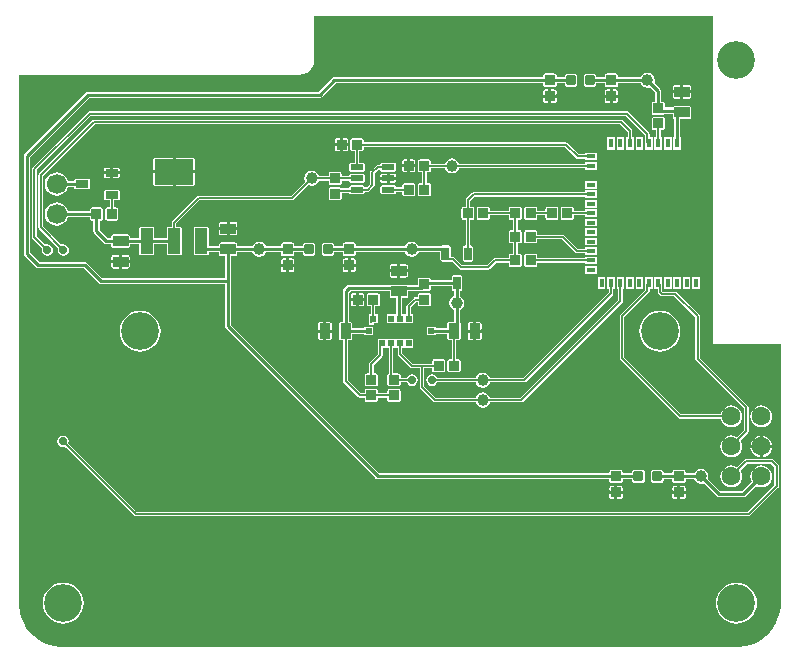
<source format=gbr>
%TF.GenerationSoftware,Altium Limited,Altium Designer,20.1.8 (145)*%
G04 Layer_Physical_Order=1*
G04 Layer_Color=2232046*
%FSLAX45Y45*%
%MOMM*%
%TF.SameCoordinates,5C14931A-3E48-49F5-90A4-00D45644C4A5*%
%TF.FilePolarity,Positive*%
%TF.FileFunction,Copper,L1,Top,Signal*%
%TF.Part,Single*%
G01*
G75*
%TA.AperFunction,SMDPad,CuDef*%
%ADD10C,1.00000*%
G04:AMPARAMS|DCode=11|XSize=0.85mm|YSize=0.85mm|CornerRadius=0.0425mm|HoleSize=0mm|Usage=FLASHONLY|Rotation=90.000|XOffset=0mm|YOffset=0mm|HoleType=Round|Shape=RoundedRectangle|*
%AMROUNDEDRECTD11*
21,1,0.85000,0.76500,0,0,90.0*
21,1,0.76500,0.85000,0,0,90.0*
1,1,0.08500,0.38250,0.38250*
1,1,0.08500,0.38250,-0.38250*
1,1,0.08500,-0.38250,-0.38250*
1,1,0.08500,-0.38250,0.38250*
%
%ADD11ROUNDEDRECTD11*%
%TA.AperFunction,ConnectorPad*%
%ADD12R,0.40000X0.80000*%
%ADD13R,0.80000X0.40000*%
%TA.AperFunction,BGAPad,CuDef*%
%ADD14R,1.45000X1.45000*%
%TA.AperFunction,SMDPad,CuDef*%
%ADD15R,0.60000X0.60000*%
%ADD16R,0.70000X0.70000*%
%TA.AperFunction,BGAPad,CuDef*%
%ADD17R,0.50000X0.50000*%
%TA.AperFunction,SMDPad,CuDef*%
%ADD18R,0.20000X0.15000*%
%ADD19R,2.50000X1.00000*%
G04:AMPARAMS|DCode=20|XSize=3.25mm|YSize=2.15mm|CornerRadius=0.01075mm|HoleSize=0mm|Usage=FLASHONLY|Rotation=180.000|XOffset=0mm|YOffset=0mm|HoleType=Round|Shape=RoundedRectangle|*
%AMROUNDEDRECTD20*
21,1,3.25000,2.12850,0,0,180.0*
21,1,3.22850,2.15000,0,0,180.0*
1,1,0.02150,-1.61425,1.06425*
1,1,0.02150,1.61425,1.06425*
1,1,0.02150,1.61425,-1.06425*
1,1,0.02150,-1.61425,-1.06425*
%
%ADD20ROUNDEDRECTD20*%
G04:AMPARAMS|DCode=21|XSize=1mm|YSize=2.15mm|CornerRadius=0.005mm|HoleSize=0mm|Usage=FLASHONLY|Rotation=180.000|XOffset=0mm|YOffset=0mm|HoleType=Round|Shape=RoundedRectangle|*
%AMROUNDEDRECTD21*
21,1,1.00000,2.14000,0,0,180.0*
21,1,0.99000,2.15000,0,0,180.0*
1,1,0.01000,-0.49500,1.07000*
1,1,0.01000,0.49500,1.07000*
1,1,0.01000,0.49500,-1.07000*
1,1,0.01000,-0.49500,-1.07000*
%
%ADD21ROUNDEDRECTD21*%
G04:AMPARAMS|DCode=22|XSize=0.8mm|YSize=0.8mm|CornerRadius=0.04mm|HoleSize=0mm|Usage=FLASHONLY|Rotation=90.000|XOffset=0mm|YOffset=0mm|HoleType=Round|Shape=RoundedRectangle|*
%AMROUNDEDRECTD22*
21,1,0.80000,0.72000,0,0,90.0*
21,1,0.72000,0.80000,0,0,90.0*
1,1,0.08000,0.36000,0.36000*
1,1,0.08000,0.36000,-0.36000*
1,1,0.08000,-0.36000,-0.36000*
1,1,0.08000,-0.36000,0.36000*
%
%ADD22ROUNDEDRECTD22*%
G04:AMPARAMS|DCode=23|XSize=0.6mm|YSize=1.1mm|CornerRadius=0.03mm|HoleSize=0mm|Usage=FLASHONLY|Rotation=270.000|XOffset=0mm|YOffset=0mm|HoleType=Round|Shape=RoundedRectangle|*
%AMROUNDEDRECTD23*
21,1,0.60000,1.04000,0,0,270.0*
21,1,0.54000,1.10000,0,0,270.0*
1,1,0.06000,-0.52000,-0.27000*
1,1,0.06000,-0.52000,0.27000*
1,1,0.06000,0.52000,0.27000*
1,1,0.06000,0.52000,-0.27000*
%
%ADD23ROUNDEDRECTD23*%
G04:AMPARAMS|DCode=24|XSize=0.85mm|YSize=0.9mm|CornerRadius=0.0425mm|HoleSize=0mm|Usage=FLASHONLY|Rotation=180.000|XOffset=0mm|YOffset=0mm|HoleType=Round|Shape=RoundedRectangle|*
%AMROUNDEDRECTD24*
21,1,0.85000,0.81500,0,0,180.0*
21,1,0.76500,0.90000,0,0,180.0*
1,1,0.08500,-0.38250,0.40750*
1,1,0.08500,0.38250,0.40750*
1,1,0.08500,0.38250,-0.40750*
1,1,0.08500,-0.38250,-0.40750*
%
%ADD24ROUNDEDRECTD24*%
G04:AMPARAMS|DCode=25|XSize=1.275mm|YSize=0.9mm|CornerRadius=0.045mm|HoleSize=0mm|Usage=FLASHONLY|Rotation=180.000|XOffset=0mm|YOffset=0mm|HoleType=Round|Shape=RoundedRectangle|*
%AMROUNDEDRECTD25*
21,1,1.27500,0.81000,0,0,180.0*
21,1,1.18500,0.90000,0,0,180.0*
1,1,0.09000,-0.59250,0.40500*
1,1,0.09000,0.59250,0.40500*
1,1,0.09000,0.59250,-0.40500*
1,1,0.09000,-0.59250,-0.40500*
%
%ADD25ROUNDEDRECTD25*%
G04:AMPARAMS|DCode=26|XSize=0.85mm|YSize=0.85mm|CornerRadius=0.0425mm|HoleSize=0mm|Usage=FLASHONLY|Rotation=180.000|XOffset=0mm|YOffset=0mm|HoleType=Round|Shape=RoundedRectangle|*
%AMROUNDEDRECTD26*
21,1,0.85000,0.76500,0,0,180.0*
21,1,0.76500,0.85000,0,0,180.0*
1,1,0.08500,-0.38250,0.38250*
1,1,0.08500,0.38250,0.38250*
1,1,0.08500,0.38250,-0.38250*
1,1,0.08500,-0.38250,-0.38250*
%
%ADD26ROUNDEDRECTD26*%
G04:AMPARAMS|DCode=27|XSize=1.275mm|YSize=0.9mm|CornerRadius=0.045mm|HoleSize=0mm|Usage=FLASHONLY|Rotation=270.000|XOffset=0mm|YOffset=0mm|HoleType=Round|Shape=RoundedRectangle|*
%AMROUNDEDRECTD27*
21,1,1.27500,0.81000,0,0,270.0*
21,1,1.18500,0.90000,0,0,270.0*
1,1,0.09000,-0.40500,-0.59250*
1,1,0.09000,-0.40500,0.59250*
1,1,0.09000,0.40500,0.59250*
1,1,0.09000,0.40500,-0.59250*
%
%ADD27ROUNDEDRECTD27*%
G04:AMPARAMS|DCode=28|XSize=0.5mm|YSize=1.05mm|CornerRadius=0.025mm|HoleSize=0mm|Usage=FLASHONLY|Rotation=90.000|XOffset=0mm|YOffset=0mm|HoleType=Round|Shape=RoundedRectangle|*
%AMROUNDEDRECTD28*
21,1,0.50000,1.00000,0,0,90.0*
21,1,0.45000,1.05000,0,0,90.0*
1,1,0.05000,0.50000,0.22500*
1,1,0.05000,0.50000,-0.22500*
1,1,0.05000,-0.50000,-0.22500*
1,1,0.05000,-0.50000,0.22500*
%
%ADD28ROUNDEDRECTD28*%
G04:AMPARAMS|DCode=29|XSize=0.6mm|YSize=1.1mm|CornerRadius=0.03mm|HoleSize=0mm|Usage=FLASHONLY|Rotation=0.000|XOffset=0mm|YOffset=0mm|HoleType=Round|Shape=RoundedRectangle|*
%AMROUNDEDRECTD29*
21,1,0.60000,1.04000,0,0,0.0*
21,1,0.54000,1.10000,0,0,0.0*
1,1,0.06000,0.27000,-0.52000*
1,1,0.06000,-0.27000,-0.52000*
1,1,0.06000,-0.27000,0.52000*
1,1,0.06000,0.27000,0.52000*
%
%ADD29ROUNDEDRECTD29*%
%TA.AperFunction,Conductor*%
%ADD30C,0.12700*%
%ADD31C,0.25400*%
%TA.AperFunction,ComponentPad*%
%ADD32C,1.60000*%
%ADD33C,1.50000*%
%ADD34C,1.70000*%
%TA.AperFunction,WasherPad*%
%ADD35C,3.20000*%
%TA.AperFunction,ViaPad*%
%ADD36C,0.70000*%
G36*
X5905501Y5374104D02*
Y4466955D01*
X5905083Y4464854D01*
Y4462934D01*
X5904616Y4461072D01*
X5904135Y4451270D01*
X5904229Y4450633D01*
X5904104Y4450000D01*
Y2950000D01*
X5904229Y2949367D01*
X5904135Y2948730D01*
X5904616Y2938928D01*
X5905083Y2937066D01*
Y2935146D01*
X5905501Y2933045D01*
Y2595224D01*
X6474104D01*
Y400000D01*
Y375481D01*
X6467702Y326859D01*
X6455010Y279490D01*
X6436243Y234183D01*
X6411724Y191714D01*
X6381869Y152806D01*
X6347193Y118131D01*
X6308286Y88276D01*
X6265818Y63757D01*
X6220510Y44989D01*
X6173141Y32297D01*
X6124520Y25896D01*
X6100000D01*
X400000Y25896D01*
X375480Y25896D01*
X326859Y32297D01*
X279490Y44989D01*
X234183Y63757D01*
X191714Y88276D01*
X152806Y118131D01*
X118131Y152806D01*
X88276Y191714D01*
X63757Y234182D01*
X44989Y279490D01*
X32297Y326859D01*
X25896Y375480D01*
Y400000D01*
X25895Y4874103D01*
X2400000Y4874104D01*
X2400632Y4874230D01*
X2401270Y4874135D01*
X2411071Y4874616D01*
X2412933Y4875082D01*
X2414854D01*
X2434080Y4878907D01*
X2436437Y4879883D01*
X2438938Y4880381D01*
X2457050Y4887882D01*
X2459171Y4889299D01*
X2461527Y4890276D01*
X2477827Y4901167D01*
X2479630Y4902971D01*
X2481751Y4904387D01*
X2495612Y4918249D01*
X2497029Y4920369D01*
X2498833Y4922173D01*
X2509724Y4938472D01*
X2510700Y4940829D01*
X2512117Y4942950D01*
X2519619Y4961061D01*
X2520117Y4963562D01*
X2521093Y4965919D01*
X2524917Y4985146D01*
Y4987065D01*
X2525384Y4988927D01*
X2525865Y4998729D01*
X2525770Y4999367D01*
X2525896Y5000000D01*
Y5374104D01*
X5905501Y5374104D01*
D02*
G37*
%LPC*%
G36*
X5346700Y4889928D02*
X5322236Y4885062D01*
X5301496Y4871204D01*
X5288596Y4851898D01*
X5096443D01*
Y4866750D01*
X5095128Y4873363D01*
X5091382Y4878970D01*
X5085775Y4882716D01*
X5079162Y4884032D01*
X5002661D01*
X4996048Y4882716D01*
X4990441Y4878970D01*
X4986695Y4873363D01*
X4985379Y4866750D01*
Y4851898D01*
X4912027D01*
Y4862000D01*
X4910731Y4868516D01*
X4907040Y4874040D01*
X4901516Y4877731D01*
X4895000Y4879027D01*
X4823000D01*
X4816484Y4877731D01*
X4810960Y4874040D01*
X4807269Y4868516D01*
X4805973Y4862000D01*
Y4790000D01*
X4807269Y4783484D01*
X4810960Y4777960D01*
X4816484Y4774269D01*
X4823000Y4772973D01*
X4895000D01*
X4901516Y4774269D01*
X4907040Y4777960D01*
X4910731Y4783484D01*
X4912027Y4790000D01*
Y4800102D01*
X4985379D01*
Y4785250D01*
X4986695Y4778637D01*
X4990441Y4773030D01*
X4996048Y4769284D01*
X5002661Y4767968D01*
X5079162D01*
X5085775Y4769284D01*
X5091382Y4773030D01*
X5095128Y4778637D01*
X5096443Y4785250D01*
Y4800102D01*
X5288596D01*
X5301496Y4780796D01*
X5322236Y4766938D01*
X5346700Y4762072D01*
X5369474Y4766602D01*
X5412103Y4723973D01*
Y4645532D01*
X5399750D01*
X5393137Y4644217D01*
X5387530Y4640471D01*
X5383784Y4634864D01*
X5382468Y4628251D01*
Y4551750D01*
X5383784Y4545137D01*
X5387530Y4539530D01*
X5393137Y4535784D01*
X5399750Y4534468D01*
X5476250D01*
X5482864Y4535784D01*
X5488471Y4539530D01*
X5491427Y4543956D01*
X5561853D01*
Y4513381D01*
X5563188Y4506669D01*
X5566989Y4500980D01*
X5572102Y4497564D01*
Y4343300D01*
X5565300D01*
Y4237901D01*
X5630700D01*
Y4343300D01*
X5623898D01*
Y4495844D01*
X5697890D01*
X5704601Y4497179D01*
X5710291Y4500980D01*
X5714092Y4506669D01*
X5715427Y4513381D01*
Y4594381D01*
X5714092Y4601092D01*
X5710291Y4606781D01*
X5704601Y4610583D01*
X5697890Y4611918D01*
X5579390D01*
X5572679Y4610583D01*
X5566989Y4606781D01*
X5563188Y4601092D01*
X5562126Y4595751D01*
X5493532D01*
Y4628251D01*
X5492217Y4634864D01*
X5488471Y4640471D01*
X5482864Y4644217D01*
X5476250Y4645532D01*
X5463898D01*
Y4734700D01*
X5461927Y4744610D01*
X5456313Y4753012D01*
X5406098Y4803226D01*
X5410628Y4826000D01*
X5405762Y4850464D01*
X5391904Y4871204D01*
X5371164Y4885062D01*
X5346700Y4889928D01*
D02*
G37*
G36*
X4559291Y4884032D02*
X4482790D01*
X4476177Y4882716D01*
X4470570Y4878970D01*
X4466824Y4873363D01*
X4465508Y4866750D01*
Y4851898D01*
X2695335D01*
X2685425Y4849926D01*
X2677023Y4844312D01*
X2562884Y4730174D01*
X609592D01*
X599682Y4728202D01*
X591280Y4722588D01*
X71481Y4202790D01*
X65868Y4194388D01*
X63896Y4184478D01*
Y3357966D01*
X65868Y3348056D01*
X71481Y3339654D01*
X168488Y3242648D01*
X176889Y3237034D01*
X186800Y3235062D01*
X571571D01*
X700669Y3105964D01*
X709071Y3100350D01*
X718982Y3098378D01*
X1769882D01*
Y2742616D01*
X1771854Y2732705D01*
X1777468Y2724303D01*
X3048158Y1453613D01*
X3056560Y1447999D01*
X3066471Y1446028D01*
X5024468D01*
Y1431175D01*
X5025783Y1424562D01*
X5029530Y1418955D01*
X5035136Y1415209D01*
X5041750Y1413893D01*
X5118250D01*
X5124864Y1415209D01*
X5130470Y1418955D01*
X5134217Y1424562D01*
X5135532Y1431175D01*
Y1446028D01*
X5217473D01*
Y1435925D01*
X5218769Y1429409D01*
X5222460Y1423885D01*
X5227984Y1420194D01*
X5234500Y1418898D01*
X5306500D01*
X5313016Y1420194D01*
X5318540Y1423885D01*
X5322231Y1429409D01*
X5323527Y1435925D01*
Y1507925D01*
X5322231Y1514441D01*
X5318540Y1519965D01*
X5313016Y1523656D01*
X5306500Y1524952D01*
X5234500D01*
X5227984Y1523656D01*
X5222460Y1519965D01*
X5218769Y1514441D01*
X5217473Y1507925D01*
Y1497823D01*
X5135532D01*
Y1512675D01*
X5134217Y1519289D01*
X5130470Y1524895D01*
X5124864Y1528642D01*
X5118250Y1529957D01*
X5041750D01*
X5035136Y1528642D01*
X5029530Y1524895D01*
X5025783Y1519289D01*
X5024468Y1512675D01*
Y1497823D01*
X3077198D01*
X1821678Y2753343D01*
Y3124276D01*
Y3336681D01*
X1855030D01*
X1861741Y3338016D01*
X1867431Y3341817D01*
X1871232Y3347506D01*
X1872567Y3354218D01*
Y3368820D01*
X2001702D01*
X2014602Y3349513D01*
X2035342Y3335656D01*
X2059806Y3330789D01*
X2084270Y3335656D01*
X2105010Y3349513D01*
X2117910Y3368820D01*
X2244074D01*
Y3353968D01*
X2245390Y3347354D01*
X2249136Y3341747D01*
X2254743Y3338001D01*
X2261356Y3336686D01*
X2337856D01*
X2344470Y3338001D01*
X2350077Y3341747D01*
X2353823Y3347354D01*
X2355138Y3353968D01*
Y3368820D01*
X2429479D01*
Y3358718D01*
X2430775Y3352202D01*
X2434466Y3346678D01*
X2439990Y3342987D01*
X2446506Y3341691D01*
X2518506D01*
X2525022Y3342987D01*
X2530546Y3346678D01*
X2534237Y3352202D01*
X2535533Y3358718D01*
Y3430718D01*
X2534237Y3437234D01*
X2530546Y3442758D01*
X2525022Y3446449D01*
X2518506Y3447745D01*
X2446506D01*
X2439990Y3446449D01*
X2434466Y3442758D01*
X2430775Y3437234D01*
X2429479Y3430718D01*
Y3420615D01*
X2355138D01*
Y3435468D01*
X2353823Y3442081D01*
X2350077Y3447688D01*
X2344470Y3451434D01*
X2337856Y3452750D01*
X2261356D01*
X2254743Y3451434D01*
X2249136Y3447688D01*
X2245390Y3442081D01*
X2244074Y3435468D01*
Y3420615D01*
X2117910D01*
X2105010Y3439922D01*
X2084270Y3453780D01*
X2059806Y3458646D01*
X2035342Y3453780D01*
X2014602Y3439922D01*
X2001702Y3420615D01*
X1872567D01*
Y3435218D01*
X1871232Y3441929D01*
X1867431Y3447618D01*
X1861741Y3451420D01*
X1855030Y3452755D01*
X1736530D01*
X1729819Y3451420D01*
X1724129Y3447618D01*
X1720328Y3441929D01*
X1718993Y3435218D01*
Y3422485D01*
X1632448D01*
Y3571957D01*
X1628263Y3582060D01*
X1618160Y3586245D01*
X1519160D01*
X1509057Y3582060D01*
X1504873Y3571957D01*
Y3357957D01*
X1509057Y3347854D01*
X1519160Y3343669D01*
X1618160D01*
X1628263Y3347854D01*
X1632448Y3357957D01*
Y3370690D01*
X1718993D01*
Y3354218D01*
X1720328Y3347506D01*
X1724129Y3341817D01*
X1729819Y3338016D01*
X1736530Y3336681D01*
X1769882D01*
Y3150174D01*
X729709D01*
X600610Y3279272D01*
X592208Y3284886D01*
X582298Y3286858D01*
X197527D01*
X115691Y3368693D01*
Y4173750D01*
X620320Y4678379D01*
X2573611D01*
X2583522Y4680350D01*
X2591924Y4685964D01*
X2706062Y4800102D01*
X4465508D01*
Y4785250D01*
X4466824Y4778637D01*
X4470570Y4773030D01*
X4476177Y4769284D01*
X4482790Y4767968D01*
X4559291D01*
X4565904Y4769284D01*
X4571511Y4773030D01*
X4575257Y4778637D01*
X4576573Y4785250D01*
Y4800102D01*
X4645973D01*
Y4790000D01*
X4647269Y4783484D01*
X4650960Y4777960D01*
X4656484Y4774269D01*
X4663000Y4772973D01*
X4735000D01*
X4741516Y4774269D01*
X4747040Y4777960D01*
X4750731Y4783484D01*
X4752027Y4790000D01*
Y4862000D01*
X4750731Y4868516D01*
X4747040Y4874040D01*
X4741516Y4877731D01*
X4735000Y4879027D01*
X4663000D01*
X4656484Y4877731D01*
X4650960Y4874040D01*
X4647269Y4868516D01*
X4645973Y4862000D01*
Y4851898D01*
X4576573D01*
Y4866750D01*
X4575257Y4873363D01*
X4571511Y4878970D01*
X4565904Y4882716D01*
X4559291Y4884032D01*
D02*
G37*
G36*
X5697890Y4787158D02*
X5651340D01*
Y4741821D01*
X5715427D01*
Y4769621D01*
X5714092Y4776332D01*
X5710291Y4782021D01*
X5704601Y4785823D01*
X5697890Y4787158D01*
D02*
G37*
G36*
X5625940D02*
X5579390D01*
X5572679Y4785823D01*
X5566989Y4782021D01*
X5563188Y4776332D01*
X5561853Y4769621D01*
Y4741821D01*
X5625940D01*
Y4787158D01*
D02*
G37*
G36*
X4559291Y4749032D02*
X4533740D01*
Y4703700D01*
X4576573D01*
Y4731750D01*
X4575257Y4738363D01*
X4571511Y4743970D01*
X4565904Y4747716D01*
X4559291Y4749032D01*
D02*
G37*
G36*
X5079162D02*
X5053611D01*
Y4703700D01*
X5096443D01*
Y4731750D01*
X5095128Y4738363D01*
X5091382Y4743970D01*
X5085775Y4747716D01*
X5079162Y4749032D01*
D02*
G37*
G36*
X5028211D02*
X5002661D01*
X4996048Y4747716D01*
X4990441Y4743970D01*
X4986695Y4738363D01*
X4985379Y4731750D01*
Y4703700D01*
X5028211D01*
Y4749032D01*
D02*
G37*
G36*
X4508340D02*
X4482790D01*
X4476177Y4747716D01*
X4470570Y4743970D01*
X4466824Y4738363D01*
X4465508Y4731750D01*
Y4703700D01*
X4508340D01*
Y4749032D01*
D02*
G37*
G36*
X5715427Y4716421D02*
X5651340D01*
Y4671084D01*
X5697890D01*
X5704601Y4672419D01*
X5710291Y4676220D01*
X5714092Y4681909D01*
X5715427Y4688621D01*
Y4716421D01*
D02*
G37*
G36*
X5625940D02*
X5561853D01*
Y4688621D01*
X5563188Y4681909D01*
X5566989Y4676220D01*
X5572679Y4672419D01*
X5579390Y4671084D01*
X5625940D01*
Y4716421D01*
D02*
G37*
G36*
X5096443Y4678300D02*
X5053611D01*
Y4632968D01*
X5079162D01*
X5085775Y4634284D01*
X5091382Y4638030D01*
X5095128Y4643637D01*
X5096443Y4650250D01*
Y4678300D01*
D02*
G37*
G36*
X5028211D02*
X4985379D01*
Y4650250D01*
X4986695Y4643637D01*
X4990441Y4638030D01*
X4996048Y4634284D01*
X5002661Y4632968D01*
X5028211D01*
Y4678300D01*
D02*
G37*
G36*
X4576573D02*
X4533740D01*
Y4632968D01*
X4559291D01*
X4565904Y4634284D01*
X4571511Y4638030D01*
X4575257Y4643637D01*
X4576573Y4650250D01*
Y4678300D01*
D02*
G37*
G36*
X4508340D02*
X4465508D01*
Y4650250D01*
X4466824Y4643637D01*
X4470570Y4638030D01*
X4476177Y4634284D01*
X4482790Y4632968D01*
X4508340D01*
Y4678300D01*
D02*
G37*
G36*
X2795332Y4335959D02*
X2769781D01*
Y4293127D01*
X2812614D01*
Y4318677D01*
X2811298Y4325290D01*
X2807552Y4330897D01*
X2801945Y4334643D01*
X2795332Y4335959D01*
D02*
G37*
G36*
X2744381D02*
X2718832D01*
X2712218Y4334643D01*
X2706612Y4330897D01*
X2702865Y4325290D01*
X2701550Y4318677D01*
Y4293127D01*
X2744381D01*
Y4335959D01*
D02*
G37*
G36*
X5550700Y4343300D02*
X5485300D01*
Y4237901D01*
X5550700D01*
Y4343300D01*
D02*
G37*
G36*
X5476250Y4515532D02*
X5399750D01*
X5393137Y4514217D01*
X5387530Y4510471D01*
X5383784Y4504864D01*
X5382468Y4498251D01*
Y4421750D01*
X5383784Y4415137D01*
X5387530Y4409530D01*
X5393137Y4405784D01*
X5399750Y4404468D01*
X5418577D01*
Y4343300D01*
X5405300D01*
Y4237901D01*
X5470700D01*
Y4343300D01*
X5457423D01*
Y4404468D01*
X5476250D01*
X5482864Y4405784D01*
X5488471Y4409530D01*
X5492217Y4415137D01*
X5493532Y4421750D01*
Y4498251D01*
X5492217Y4504864D01*
X5488471Y4510471D01*
X5482864Y4514217D01*
X5476250Y4515532D01*
D02*
G37*
G36*
X5173520Y4563483D02*
X622582D01*
X615150Y4562005D01*
X608848Y4557794D01*
X608848Y4557794D01*
X142709Y4091656D01*
X138499Y4085354D01*
X137021Y4077921D01*
Y3498053D01*
X138499Y3490620D01*
X142709Y3484319D01*
X220931Y3406097D01*
X217419Y3388443D01*
X221121Y3369831D01*
X231664Y3354053D01*
X247442Y3343510D01*
X266054Y3339808D01*
X284665Y3343510D01*
X300444Y3354053D01*
X310986Y3369831D01*
X314688Y3388443D01*
X310986Y3407054D01*
X300444Y3422833D01*
X284665Y3433375D01*
X266054Y3437077D01*
X248400Y3433566D01*
X175867Y3506098D01*
Y4069876D01*
X630628Y4524637D01*
X5165475D01*
X5324927Y4365185D01*
Y4304250D01*
X5325300Y4302375D01*
Y4237901D01*
X5390700D01*
Y4343300D01*
X5363773D01*
Y4373229D01*
X5363773Y4373230D01*
X5362295Y4380663D01*
X5358084Y4386965D01*
X5358084Y4386965D01*
X5187255Y4557794D01*
X5180953Y4562005D01*
X5173520Y4563483D01*
D02*
G37*
G36*
X5310700Y4343300D02*
X5245300D01*
Y4237901D01*
X5310700D01*
Y4343300D01*
D02*
G37*
G36*
X5123585Y4491945D02*
X657722D01*
X650289Y4490466D01*
X643988Y4486256D01*
X195221Y4037490D01*
X191011Y4031188D01*
X189533Y4023755D01*
Y3580478D01*
X191011Y3573045D01*
X195221Y3566744D01*
X355868Y3406097D01*
X352356Y3388443D01*
X356058Y3369831D01*
X366601Y3354053D01*
X382379Y3343510D01*
X400991Y3339808D01*
X419602Y3343510D01*
X435381Y3354053D01*
X445923Y3369831D01*
X449625Y3388443D01*
X445923Y3407054D01*
X435381Y3422833D01*
X419602Y3433375D01*
X400991Y3437077D01*
X383337Y3433566D01*
X228379Y3588524D01*
Y4015710D01*
X665767Y4453098D01*
X5115540D01*
X5178577Y4390062D01*
Y4343300D01*
X5165300D01*
Y4237901D01*
X5230700D01*
Y4343300D01*
X5217423D01*
Y4398106D01*
X5217423Y4398107D01*
X5215945Y4405540D01*
X5211734Y4411841D01*
X5211734Y4411842D01*
X5137320Y4486256D01*
X5131018Y4490466D01*
X5123585Y4491945D01*
D02*
G37*
G36*
X5150700Y4343300D02*
X5085300D01*
Y4237901D01*
X5150700D01*
Y4343300D01*
D02*
G37*
G36*
X5070700D02*
X5005300D01*
Y4237901D01*
X5070700D01*
Y4343300D01*
D02*
G37*
G36*
X2812614Y4267727D02*
X2769781D01*
Y4224895D01*
X2795332D01*
X2801945Y4226210D01*
X2807552Y4229956D01*
X2811298Y4235563D01*
X2812614Y4242177D01*
Y4267727D01*
D02*
G37*
G36*
X2744381D02*
X2701550D01*
Y4242177D01*
X2702865Y4235563D01*
X2706612Y4229956D01*
X2712218Y4226210D01*
X2718832Y4224895D01*
X2744381D01*
Y4267727D01*
D02*
G37*
G36*
X2925332Y4335959D02*
X2848832D01*
X2842218Y4334643D01*
X2836612Y4330897D01*
X2832865Y4325290D01*
X2831550Y4318677D01*
Y4242177D01*
X2832865Y4235563D01*
X2836612Y4229956D01*
X2842218Y4226210D01*
X2848832Y4224895D01*
X2867659D01*
Y4128971D01*
X2837082D01*
X2825448Y4124153D01*
X2820629Y4112519D01*
Y4067519D01*
X2825448Y4055885D01*
X2837082Y4051067D01*
X2937082D01*
X2948715Y4055885D01*
X2953534Y4067519D01*
Y4112519D01*
X2948715Y4124153D01*
X2937082Y4128971D01*
X2906505D01*
Y4224895D01*
X2925332D01*
X2931945Y4226210D01*
X2937552Y4229956D01*
X2941298Y4235563D01*
X2942614Y4242177D01*
Y4261004D01*
X4649654D01*
X4743791Y4166866D01*
X4750092Y4162656D01*
X4757525Y4161177D01*
X4815300D01*
Y4147901D01*
X4920700D01*
Y4213300D01*
X4815300D01*
Y4200024D01*
X4765571D01*
X4671433Y4294161D01*
X4665132Y4298371D01*
X4657699Y4299850D01*
X2942614D01*
Y4318677D01*
X2941298Y4325290D01*
X2937552Y4330897D01*
X2931945Y4334643D01*
X2925332Y4335959D01*
D02*
G37*
G36*
X3691685Y4164529D02*
X3667220Y4159662D01*
X3646480Y4145805D01*
X3632622Y4125065D01*
X3631620Y4120024D01*
X3512477D01*
Y4138850D01*
X3511162Y4145464D01*
X3507415Y4151071D01*
X3501809Y4154817D01*
X3495195Y4156132D01*
X3418695D01*
X3412082Y4154817D01*
X3406475Y4151071D01*
X3402729Y4145464D01*
X3401413Y4138850D01*
Y4062350D01*
X3402729Y4055737D01*
X3406475Y4050130D01*
X3412082Y4046384D01*
X3418695Y4045068D01*
X3437522D01*
Y3955551D01*
X3418695D01*
X3412082Y3954235D01*
X3406475Y3950489D01*
X3402729Y3944882D01*
X3401413Y3938269D01*
Y3861769D01*
X3402729Y3855155D01*
X3406475Y3849549D01*
X3412082Y3845802D01*
X3418695Y3844487D01*
X3495195D01*
X3501809Y3845802D01*
X3507415Y3849549D01*
X3511162Y3855155D01*
X3512477Y3861769D01*
Y3938269D01*
X3511162Y3944882D01*
X3507415Y3950489D01*
X3501809Y3954235D01*
X3495195Y3955551D01*
X3476368D01*
Y4045068D01*
X3495195D01*
X3501809Y4046384D01*
X3507415Y4050130D01*
X3511162Y4055737D01*
X3512477Y4062350D01*
Y4081177D01*
X3631620D01*
X3632622Y4076136D01*
X3646480Y4055396D01*
X3667220Y4041538D01*
X3691685Y4036672D01*
X3716149Y4041538D01*
X3736889Y4055396D01*
X3750747Y4076136D01*
X3751749Y4081177D01*
X4815300D01*
Y4067900D01*
X4920700D01*
Y4133300D01*
X4815300D01*
Y4120024D01*
X3751749D01*
X3750747Y4125065D01*
X3736889Y4145805D01*
X3716149Y4159662D01*
X3691685Y4164529D01*
D02*
G37*
G36*
X3365195Y4156132D02*
X3339645D01*
Y4113301D01*
X3382477D01*
Y4138850D01*
X3381162Y4145464D01*
X3377416Y4151071D01*
X3371809Y4154817D01*
X3365195Y4156132D01*
D02*
G37*
G36*
X3314245D02*
X3288695D01*
X3282082Y4154817D01*
X3276475Y4151071D01*
X3272729Y4145464D01*
X3271413Y4138850D01*
Y4113301D01*
X3314245D01*
Y4156132D01*
D02*
G37*
G36*
X1500085Y4171292D02*
X1351361D01*
Y4062657D01*
X1514995D01*
Y4156382D01*
X1510628Y4166925D01*
X1500085Y4171292D01*
D02*
G37*
G36*
X1325961D02*
X1177235D01*
X1166692Y4166925D01*
X1162325Y4156382D01*
Y4062657D01*
X1325961D01*
Y4171292D01*
D02*
G37*
G36*
X863340Y4085877D02*
X824040D01*
Y4055569D01*
X879347D01*
Y4069869D01*
X878129Y4075995D01*
X874659Y4081188D01*
X869465Y4084658D01*
X863340Y4085877D01*
D02*
G37*
G36*
X798640D02*
X759340D01*
X753214Y4084658D01*
X748021Y4081188D01*
X744551Y4075995D01*
X743332Y4069869D01*
Y4055569D01*
X798640D01*
Y4085877D01*
D02*
G37*
G36*
X3202082Y4128972D02*
X3102081D01*
X3090448Y4124153D01*
X3085629Y4112519D01*
Y4109442D01*
X3061256D01*
X3053823Y4107964D01*
X3047522Y4103754D01*
X3004392Y4060624D01*
X3000182Y4054323D01*
X2998703Y4046890D01*
Y3950062D01*
X2968084Y3919442D01*
X2953534D01*
Y3922519D01*
X2948715Y3934153D01*
X2937082Y3938972D01*
X2837081D01*
X2825448Y3934153D01*
X2820629Y3922519D01*
Y3909817D01*
X2755779D01*
X2755766Y3909883D01*
X2752020Y3915490D01*
X2746413Y3919236D01*
X2739800Y3920551D01*
X2663300D01*
X2656686Y3919236D01*
X2651080Y3915490D01*
X2647333Y3909883D01*
X2646018Y3903269D01*
Y3826769D01*
X2647333Y3820156D01*
X2651080Y3814549D01*
X2656686Y3810803D01*
X2663300Y3809487D01*
X2739800D01*
X2746413Y3810803D01*
X2752020Y3814549D01*
X2755766Y3820156D01*
X2757082Y3826769D01*
Y3870971D01*
X2823342D01*
X2825448Y3865886D01*
X2837081Y3861067D01*
X2937082D01*
X2948715Y3865886D01*
X2953534Y3877519D01*
Y3880596D01*
X2976129D01*
X2983562Y3882075D01*
X2989863Y3886285D01*
X3031861Y3928282D01*
X3036071Y3934584D01*
X3037550Y3942016D01*
X3037550Y3942018D01*
Y4038844D01*
X3069302Y4070596D01*
X3085629D01*
Y4067519D01*
X3090448Y4055886D01*
X3102081Y4051067D01*
X3202082D01*
X3213715Y4055886D01*
X3218534Y4067519D01*
Y4112519D01*
X3213715Y4124153D01*
X3202082Y4128972D01*
D02*
G37*
G36*
X3382477Y4087901D02*
X3339645D01*
Y4045068D01*
X3365195D01*
X3371809Y4046384D01*
X3377416Y4050130D01*
X3381162Y4055737D01*
X3382477Y4062350D01*
Y4087901D01*
D02*
G37*
G36*
X3314245D02*
X3271413D01*
Y4062350D01*
X3272729Y4055737D01*
X3276475Y4050130D01*
X3282082Y4046384D01*
X3288695Y4045068D01*
X3314245D01*
Y4087901D01*
D02*
G37*
G36*
X3202082Y4033971D02*
X3164781D01*
Y4007719D01*
X3218534D01*
Y4017519D01*
X3213715Y4029152D01*
X3202082Y4033971D01*
D02*
G37*
G36*
X3139381D02*
X3102081D01*
X3090448Y4029152D01*
X3085629Y4017519D01*
Y4007719D01*
X3139381D01*
Y4033971D01*
D02*
G37*
G36*
X879347Y4030169D02*
X824040D01*
Y3999861D01*
X863340D01*
X869465Y4001080D01*
X874659Y4004550D01*
X878129Y4009743D01*
X879347Y4015869D01*
Y4030169D01*
D02*
G37*
G36*
X798640D02*
X743332D01*
Y4015869D01*
X744551Y4009743D01*
X748021Y4004550D01*
X753214Y4001080D01*
X759340Y3999861D01*
X798640D01*
Y4030169D01*
D02*
G37*
G36*
X2503772Y4058947D02*
X2479307Y4054081D01*
X2458568Y4040223D01*
X2444710Y4019483D01*
X2439843Y3995019D01*
X2444710Y3970555D01*
X2447565Y3966281D01*
X2330123Y3848839D01*
X1546595D01*
X1546594Y3848840D01*
X1539161Y3847361D01*
X1532860Y3843151D01*
X1532859Y3843150D01*
X1324926Y3635217D01*
X1320715Y3628916D01*
X1319237Y3621482D01*
Y3586245D01*
X1289160D01*
X1279057Y3582060D01*
X1274872Y3571957D01*
Y3490855D01*
X1172447D01*
Y3571957D01*
X1168263Y3582060D01*
X1158160Y3586245D01*
X1059160D01*
X1049057Y3582060D01*
X1044872Y3571957D01*
Y3490855D01*
X961927D01*
Y3505457D01*
X960592Y3512168D01*
X956791Y3517858D01*
X951101Y3521659D01*
X944390Y3522994D01*
X825890D01*
X819179Y3521659D01*
X813489Y3517858D01*
X809688Y3512168D01*
X808353Y3505457D01*
Y3490855D01*
X776470D01*
X707238Y3560087D01*
Y3638338D01*
X719590D01*
X726204Y3639653D01*
X731810Y3643399D01*
X735557Y3649006D01*
X736872Y3655620D01*
Y3732120D01*
X735557Y3738733D01*
X731810Y3744340D01*
X726204Y3748086D01*
X719590Y3749402D01*
X643090D01*
X636477Y3748086D01*
X630870Y3744340D01*
X627123Y3738733D01*
X625808Y3732120D01*
Y3719767D01*
X438176D01*
X428495Y3743141D01*
X412834Y3763550D01*
X392425Y3779210D01*
X368659Y3789055D01*
X343154Y3792413D01*
X317649Y3789055D01*
X293883Y3779210D01*
X273474Y3763550D01*
X257813Y3743141D01*
X247969Y3719374D01*
X244611Y3693870D01*
X247969Y3668365D01*
X257813Y3644598D01*
X273474Y3624189D01*
X293883Y3608529D01*
X317649Y3598685D01*
X343154Y3595327D01*
X368659Y3598685D01*
X392425Y3608529D01*
X412834Y3624189D01*
X428495Y3644598D01*
X438176Y3667972D01*
X625808D01*
Y3655620D01*
X627123Y3649006D01*
X630870Y3643399D01*
X636477Y3639653D01*
X643090Y3638338D01*
X655442D01*
Y3549360D01*
X657414Y3539449D01*
X663028Y3531047D01*
X747430Y3446645D01*
X755832Y3441031D01*
X765743Y3439059D01*
X808353D01*
Y3424457D01*
X809688Y3417746D01*
X813489Y3412056D01*
X819179Y3408255D01*
X825890Y3406920D01*
X944390D01*
X951101Y3408255D01*
X956791Y3412056D01*
X960592Y3417746D01*
X961927Y3424457D01*
Y3439059D01*
X1044872D01*
Y3357957D01*
X1049057Y3347854D01*
X1059160Y3343669D01*
X1158160D01*
X1168263Y3347854D01*
X1172447Y3357957D01*
Y3439059D01*
X1274872D01*
Y3357957D01*
X1279057Y3347854D01*
X1289160Y3343669D01*
X1388160D01*
X1398263Y3347854D01*
X1402448Y3357957D01*
Y3571957D01*
X1398263Y3582060D01*
X1388160Y3586245D01*
X1358083D01*
Y3613437D01*
X1554639Y3809993D01*
X2338169D01*
X2345602Y3811472D01*
X2351903Y3815682D01*
X2475034Y3938813D01*
X2479307Y3935957D01*
X2503772Y3931091D01*
X2528236Y3935957D01*
X2548976Y3949815D01*
X2562834Y3970555D01*
X2563837Y3975596D01*
X2646018D01*
Y3956769D01*
X2647333Y3950156D01*
X2651080Y3944549D01*
X2656686Y3940803D01*
X2663300Y3939487D01*
X2739800D01*
X2746413Y3940803D01*
X2752020Y3944549D01*
X2755766Y3950156D01*
X2757082Y3956769D01*
Y3975596D01*
X2820629D01*
Y3972519D01*
X2825448Y3960886D01*
X2837082Y3956067D01*
X2937082D01*
X2948715Y3960886D01*
X2953534Y3972519D01*
Y4017519D01*
X2948715Y4029153D01*
X2937082Y4033972D01*
X2837082D01*
X2825448Y4029153D01*
X2820629Y4017519D01*
Y4014442D01*
X2757082D01*
Y4033269D01*
X2755766Y4039883D01*
X2752020Y4045489D01*
X2746413Y4049236D01*
X2739800Y4050551D01*
X2663300D01*
X2656686Y4049236D01*
X2651080Y4045489D01*
X2647333Y4039883D01*
X2646018Y4033269D01*
Y4014442D01*
X2563837D01*
X2562834Y4019483D01*
X2548976Y4040223D01*
X2528236Y4054081D01*
X2503772Y4058947D01*
D02*
G37*
G36*
X3218534Y3982319D02*
X3164781D01*
Y3956067D01*
X3202082D01*
X3213715Y3960885D01*
X3218534Y3972519D01*
Y3982319D01*
D02*
G37*
G36*
X3139381D02*
X3085629D01*
Y3972519D01*
X3090448Y3960885D01*
X3102081Y3956067D01*
X3139381D01*
Y3982319D01*
D02*
G37*
G36*
X1514995Y4037257D02*
X1351361D01*
Y3928622D01*
X1500085D01*
X1510628Y3932989D01*
X1514995Y3943532D01*
Y4037257D01*
D02*
G37*
G36*
X1325961D02*
X1162325D01*
Y3943532D01*
X1166692Y3932989D01*
X1177235Y3928622D01*
X1325961D01*
Y4037257D01*
D02*
G37*
G36*
X3365195Y3955551D02*
X3288695D01*
X3282082Y3954235D01*
X3276475Y3950489D01*
X3272729Y3944882D01*
X3271413Y3938269D01*
Y3919442D01*
X3218534D01*
Y3922519D01*
X3213715Y3934152D01*
X3202082Y3938971D01*
X3102081D01*
X3090448Y3934152D01*
X3085629Y3922519D01*
Y3877519D01*
X3090448Y3865885D01*
X3102081Y3861066D01*
X3202082D01*
X3213715Y3865885D01*
X3218534Y3877519D01*
Y3880596D01*
X3271413D01*
Y3861769D01*
X3272729Y3855155D01*
X3276475Y3849549D01*
X3282082Y3845802D01*
X3288695Y3844487D01*
X3365195D01*
X3371809Y3845802D01*
X3377415Y3849549D01*
X3381162Y3855155D01*
X3382477Y3861769D01*
Y3938269D01*
X3381162Y3944882D01*
X3377415Y3950489D01*
X3371809Y3954235D01*
X3365195Y3955551D01*
D02*
G37*
G36*
X4920700Y3973300D02*
X4815300D01*
Y3907900D01*
X4920700D01*
Y3973300D01*
D02*
G37*
G36*
X343154Y4046412D02*
X317649Y4043054D01*
X293883Y4033210D01*
X273474Y4017549D01*
X257813Y3997141D01*
X247969Y3973374D01*
X244611Y3947869D01*
X247969Y3922365D01*
X257813Y3898598D01*
X273474Y3878189D01*
X293883Y3862528D01*
X317649Y3852684D01*
X343154Y3849326D01*
X368659Y3852684D01*
X392425Y3862528D01*
X412834Y3878189D01*
X428495Y3898598D01*
X438176Y3921972D01*
X493333D01*
Y3920869D01*
X494551Y3914744D01*
X498021Y3909550D01*
X503214Y3906080D01*
X509340Y3904862D01*
X613340D01*
X619466Y3906080D01*
X624659Y3909550D01*
X628129Y3914744D01*
X629347Y3920869D01*
Y3974869D01*
X628129Y3980995D01*
X624659Y3986188D01*
X619466Y3989658D01*
X613340Y3990877D01*
X509340D01*
X503214Y3989658D01*
X498021Y3986188D01*
X494551Y3980995D01*
X493333Y3974869D01*
Y3973767D01*
X438176D01*
X428495Y3997141D01*
X412834Y4017549D01*
X392425Y4033210D01*
X368659Y4043054D01*
X343154Y4046412D01*
D02*
G37*
G36*
X4920700Y3893300D02*
X4815300D01*
Y3880023D01*
X3874027D01*
X3874025Y3880024D01*
X3866592Y3878545D01*
X3860291Y3874335D01*
X3812526Y3826569D01*
X3808315Y3820268D01*
X3806837Y3812835D01*
Y3756132D01*
X3788010D01*
X3781397Y3754817D01*
X3775790Y3751071D01*
X3772044Y3745464D01*
X3770728Y3738851D01*
Y3662350D01*
X3772044Y3655737D01*
X3775790Y3650130D01*
X3781397Y3646384D01*
X3788010Y3645068D01*
X3806837D01*
Y3426968D01*
X3799260D01*
X3793134Y3425750D01*
X3787941Y3422279D01*
X3784471Y3417086D01*
X3783253Y3410960D01*
Y3306961D01*
X3784471Y3300835D01*
X3787941Y3295642D01*
X3793134Y3292171D01*
X3799260Y3290953D01*
X3853260D01*
X3859386Y3292171D01*
X3864579Y3295642D01*
X3868049Y3300835D01*
X3869268Y3306961D01*
Y3410960D01*
X3868049Y3417086D01*
X3864579Y3422279D01*
X3859386Y3425750D01*
X3853260Y3426968D01*
X3845683D01*
Y3645068D01*
X3864510D01*
X3871124Y3646384D01*
X3876730Y3650130D01*
X3880477Y3655737D01*
X3881792Y3662350D01*
Y3738851D01*
X3880477Y3745464D01*
X3876730Y3751071D01*
X3871124Y3754817D01*
X3864510Y3756132D01*
X3845683D01*
Y3804790D01*
X3882071Y3841177D01*
X4815300D01*
Y3827900D01*
X4920700D01*
Y3893300D01*
D02*
G37*
G36*
Y3813300D02*
X4815300D01*
Y3747901D01*
X4920700D01*
Y3813300D01*
D02*
G37*
G36*
X4575729Y3756132D02*
X4499229D01*
X4492616Y3754817D01*
X4487009Y3751071D01*
X4483263Y3745464D01*
X4481947Y3738851D01*
Y3720023D01*
X4413742D01*
Y3738850D01*
X4412427Y3745464D01*
X4408680Y3751070D01*
X4403073Y3754817D01*
X4396460Y3756132D01*
X4319960D01*
X4313346Y3754817D01*
X4307740Y3751070D01*
X4303993Y3745464D01*
X4302678Y3738850D01*
Y3662350D01*
X4303993Y3655737D01*
X4307740Y3650130D01*
X4313346Y3646384D01*
X4319960Y3645068D01*
X4396460D01*
X4403073Y3646384D01*
X4408680Y3650130D01*
X4412427Y3655737D01*
X4413742Y3662350D01*
Y3681177D01*
X4481947D01*
Y3662350D01*
X4483263Y3655737D01*
X4487009Y3650130D01*
X4492616Y3646384D01*
X4499229Y3645068D01*
X4575729D01*
X4582343Y3646384D01*
X4587949Y3650130D01*
X4591696Y3655737D01*
X4593011Y3662350D01*
Y3738851D01*
X4591696Y3745464D01*
X4587949Y3751071D01*
X4582343Y3754817D01*
X4575729Y3756132D01*
D02*
G37*
G36*
X4705729D02*
X4629229D01*
X4622616Y3754817D01*
X4617009Y3751071D01*
X4613263Y3745464D01*
X4611947Y3738851D01*
Y3662350D01*
X4613263Y3655737D01*
X4617009Y3650130D01*
X4622616Y3646384D01*
X4629229Y3645068D01*
X4705729D01*
X4712343Y3646384D01*
X4717950Y3650130D01*
X4721696Y3655737D01*
X4723011Y3662350D01*
Y3681177D01*
X4815300D01*
Y3667900D01*
X4920700D01*
Y3733300D01*
X4815300D01*
Y3720024D01*
X4723011D01*
Y3738851D01*
X4721696Y3745464D01*
X4717950Y3751071D01*
X4712343Y3754817D01*
X4705729Y3756132D01*
D02*
G37*
G36*
X863340Y3895877D02*
X759340D01*
X753214Y3894658D01*
X748021Y3891188D01*
X744551Y3885995D01*
X743333Y3879869D01*
Y3825869D01*
X744551Y3819743D01*
X748021Y3814550D01*
X753214Y3811080D01*
X759340Y3809862D01*
X791917D01*
Y3749402D01*
X773090D01*
X766476Y3748086D01*
X760870Y3744340D01*
X757123Y3738733D01*
X755808Y3732120D01*
Y3655620D01*
X757123Y3649006D01*
X760870Y3643399D01*
X766476Y3639653D01*
X773090Y3638338D01*
X849590D01*
X856204Y3639653D01*
X861810Y3643399D01*
X865557Y3649006D01*
X866872Y3655620D01*
Y3732120D01*
X865557Y3738733D01*
X861810Y3744340D01*
X856204Y3748086D01*
X849590Y3749402D01*
X830763D01*
Y3809862D01*
X863340D01*
X869466Y3811080D01*
X874659Y3814550D01*
X878129Y3819743D01*
X879347Y3825869D01*
Y3879869D01*
X878129Y3885995D01*
X874659Y3891188D01*
X869466Y3894658D01*
X863340Y3895877D01*
D02*
G37*
G36*
X4920700Y3653300D02*
X4815300D01*
Y3587900D01*
X4920700D01*
Y3653300D01*
D02*
G37*
G36*
X1855030Y3627995D02*
X1808480D01*
Y3582658D01*
X1872567D01*
Y3610458D01*
X1871232Y3617169D01*
X1867431Y3622858D01*
X1861741Y3626659D01*
X1855030Y3627995D01*
D02*
G37*
G36*
X1783080D02*
X1736530D01*
X1729819Y3626659D01*
X1724129Y3622858D01*
X1720328Y3617169D01*
X1718993Y3610458D01*
Y3582658D01*
X1783080D01*
Y3627995D01*
D02*
G37*
G36*
X1872567Y3557258D02*
X1808480D01*
Y3511921D01*
X1855030D01*
X1861741Y3513256D01*
X1867431Y3517057D01*
X1871232Y3522746D01*
X1872567Y3529458D01*
Y3557258D01*
D02*
G37*
G36*
X1783080D02*
X1718993D01*
Y3529458D01*
X1720328Y3522746D01*
X1724129Y3517057D01*
X1729819Y3513256D01*
X1736530Y3511921D01*
X1783080D01*
Y3557258D01*
D02*
G37*
G36*
X4920700Y3573300D02*
X4815300D01*
Y3507901D01*
X4920700D01*
Y3573300D01*
D02*
G37*
G36*
Y3493300D02*
X4815300D01*
Y3427900D01*
X4920700D01*
Y3493300D01*
D02*
G37*
G36*
X4396465Y3556132D02*
X4319965D01*
X4313352Y3554817D01*
X4307745Y3551071D01*
X4303999Y3545464D01*
X4302683Y3538850D01*
Y3462350D01*
X4303999Y3455737D01*
X4307745Y3450130D01*
X4313352Y3446384D01*
X4319965Y3445068D01*
X4396465D01*
X4403079Y3446384D01*
X4408685Y3450130D01*
X4412432Y3455737D01*
X4413747Y3462350D01*
Y3481177D01*
X4622232D01*
X4736542Y3366867D01*
X4736543Y3366866D01*
X4742844Y3362656D01*
X4750277Y3361177D01*
X4815300D01*
Y3347900D01*
X4920700D01*
Y3413300D01*
X4815300D01*
Y3400023D01*
X4758322D01*
X4644011Y3514335D01*
X4637710Y3518545D01*
X4630277Y3520023D01*
X4413747D01*
Y3538850D01*
X4412432Y3545464D01*
X4408685Y3551071D01*
X4403079Y3554817D01*
X4396465Y3556132D01*
D02*
G37*
G36*
X944390Y3347754D02*
X897840D01*
Y3302417D01*
X961927D01*
Y3330217D01*
X960592Y3336928D01*
X956791Y3342618D01*
X951101Y3346419D01*
X944390Y3347754D01*
D02*
G37*
G36*
X872440D02*
X825890D01*
X819179Y3346419D01*
X813489Y3342618D01*
X809688Y3336928D01*
X808353Y3330217D01*
Y3302417D01*
X872440D01*
Y3347754D01*
D02*
G37*
G36*
X2858556Y3317750D02*
X2833006D01*
Y3272418D01*
X2875838D01*
Y3300468D01*
X2874523Y3307081D01*
X2870777Y3312688D01*
X2865170Y3316434D01*
X2858556Y3317750D01*
D02*
G37*
G36*
X2807606D02*
X2782056D01*
X2775443Y3316434D01*
X2769836Y3312688D01*
X2766090Y3307081D01*
X2764774Y3300468D01*
Y3272418D01*
X2807606D01*
Y3317750D01*
D02*
G37*
G36*
X2337856Y3317750D02*
X2312306D01*
Y3272418D01*
X2355138D01*
Y3300468D01*
X2353823Y3307081D01*
X2350077Y3312688D01*
X2344470Y3316434D01*
X2337856Y3317750D01*
D02*
G37*
G36*
X2286906D02*
X2261356D01*
X2254743Y3316434D01*
X2249136Y3312688D01*
X2245390Y3307081D01*
X2244074Y3300468D01*
Y3272418D01*
X2286906D01*
Y3317750D01*
D02*
G37*
G36*
X4396460Y3356132D02*
X4319960D01*
X4313347Y3354817D01*
X4307740Y3351071D01*
X4303994Y3345464D01*
X4302678Y3338851D01*
Y3262350D01*
X4303994Y3255737D01*
X4307740Y3250130D01*
X4313347Y3246384D01*
X4319960Y3245068D01*
X4396460D01*
X4403074Y3246384D01*
X4408681Y3250130D01*
X4412427Y3255737D01*
X4413742Y3262350D01*
Y3281177D01*
X4815300D01*
Y3267900D01*
X4920700D01*
Y3333300D01*
X4815300D01*
Y3320024D01*
X4413742D01*
Y3338851D01*
X4412427Y3345464D01*
X4408681Y3351071D01*
X4403074Y3354817D01*
X4396460Y3356132D01*
D02*
G37*
G36*
X3994510Y3756132D02*
X3918010D01*
X3911397Y3754817D01*
X3905790Y3751071D01*
X3902044Y3745464D01*
X3900728Y3738851D01*
Y3662350D01*
X3902044Y3655737D01*
X3905790Y3650130D01*
X3911397Y3646384D01*
X3918010Y3645068D01*
X3994510D01*
X4001124Y3646384D01*
X4006730Y3650130D01*
X4010477Y3655737D01*
X4011792Y3662350D01*
Y3681177D01*
X4172678D01*
Y3662350D01*
X4173994Y3655737D01*
X4177740Y3650130D01*
X4183347Y3646384D01*
X4189960Y3645068D01*
X4208792D01*
Y3556132D01*
X4189965D01*
X4183352Y3554817D01*
X4177745Y3551071D01*
X4173999Y3545464D01*
X4172683Y3538850D01*
Y3462350D01*
X4173999Y3455737D01*
X4177745Y3450130D01*
X4183352Y3446384D01*
X4189965Y3445068D01*
X4208792D01*
Y3356132D01*
X4189960D01*
X4183347Y3354817D01*
X4177740Y3351071D01*
X4173994Y3345464D01*
X4172678Y3338851D01*
Y3320024D01*
X4057794D01*
X4050361Y3318545D01*
X4044060Y3314335D01*
X3991329Y3261604D01*
X3778583D01*
X3716142Y3324045D01*
X3709841Y3328255D01*
X3702408Y3329733D01*
X3679267D01*
Y3410960D01*
X3678049Y3417086D01*
X3674579Y3422279D01*
X3669385Y3425750D01*
X3663260Y3426968D01*
X3609260D01*
X3603134Y3425750D01*
X3597941Y3422279D01*
X3596829Y3420615D01*
X3409614D01*
X3396714Y3439922D01*
X3375974Y3453780D01*
X3351510Y3458646D01*
X3327046Y3453780D01*
X3306306Y3439922D01*
X3293406Y3420615D01*
X2875838D01*
Y3435468D01*
X2874523Y3442081D01*
X2870777Y3447688D01*
X2865170Y3451434D01*
X2858556Y3452750D01*
X2782056D01*
X2775443Y3451434D01*
X2769836Y3447688D01*
X2766090Y3442081D01*
X2764774Y3435468D01*
Y3420615D01*
X2695533D01*
Y3430718D01*
X2694237Y3437234D01*
X2690546Y3442758D01*
X2685022Y3446449D01*
X2678506Y3447745D01*
X2606506D01*
X2599990Y3446449D01*
X2594466Y3442758D01*
X2590775Y3437234D01*
X2589479Y3430718D01*
Y3358718D01*
X2590775Y3352202D01*
X2594466Y3346678D01*
X2599990Y3342987D01*
X2606506Y3341691D01*
X2678506D01*
X2685022Y3342987D01*
X2690546Y3346678D01*
X2694237Y3352202D01*
X2695533Y3358718D01*
Y3368820D01*
X2764774D01*
Y3353968D01*
X2766090Y3347354D01*
X2769836Y3341747D01*
X2775443Y3338001D01*
X2782056Y3336686D01*
X2858556D01*
X2865170Y3338001D01*
X2870777Y3341747D01*
X2874523Y3347354D01*
X2875838Y3353968D01*
Y3368820D01*
X3293406D01*
X3306306Y3349513D01*
X3327046Y3335656D01*
X3351510Y3330789D01*
X3375974Y3335656D01*
X3396714Y3349513D01*
X3409614Y3368820D01*
X3593252D01*
Y3306961D01*
X3594471Y3300835D01*
X3597941Y3295642D01*
X3603134Y3292171D01*
X3609260Y3290953D01*
X3659579D01*
X3659910Y3290887D01*
X3694362D01*
X3756803Y3228446D01*
X3763105Y3224236D01*
X3770538Y3222757D01*
X3770539Y3222757D01*
X3999374D01*
X4006807Y3224236D01*
X4013108Y3228446D01*
X4065839Y3281177D01*
X4172678D01*
Y3262350D01*
X4173994Y3255737D01*
X4177740Y3250130D01*
X4183347Y3246384D01*
X4189960Y3245068D01*
X4266460D01*
X4273074Y3246384D01*
X4278681Y3250130D01*
X4282427Y3255737D01*
X4283742Y3262350D01*
Y3338851D01*
X4282427Y3345464D01*
X4278681Y3351071D01*
X4273074Y3354817D01*
X4266460Y3356132D01*
X4247638D01*
Y3445068D01*
X4266465D01*
X4273079Y3446384D01*
X4278685Y3450130D01*
X4282432Y3455737D01*
X4283747Y3462350D01*
Y3538850D01*
X4282432Y3545464D01*
X4278685Y3551071D01*
X4273079Y3554817D01*
X4266465Y3556132D01*
X4247638D01*
Y3645068D01*
X4266460D01*
X4273074Y3646384D01*
X4278681Y3650130D01*
X4282427Y3655737D01*
X4283742Y3662350D01*
Y3738850D01*
X4282427Y3745464D01*
X4278681Y3751070D01*
X4273074Y3754817D01*
X4266460Y3756132D01*
X4189960D01*
X4183347Y3754817D01*
X4177740Y3751070D01*
X4173994Y3745464D01*
X4172678Y3738850D01*
Y3720024D01*
X4011792D01*
Y3738851D01*
X4010477Y3745464D01*
X4006730Y3751071D01*
X4001124Y3754817D01*
X3994510Y3756132D01*
D02*
G37*
G36*
X961927Y3277017D02*
X897840D01*
Y3231680D01*
X944390D01*
X951101Y3233015D01*
X956791Y3236816D01*
X960592Y3242506D01*
X961927Y3249217D01*
Y3277017D01*
D02*
G37*
G36*
X872440D02*
X808353D01*
Y3249217D01*
X809688Y3242506D01*
X813489Y3236816D01*
X819179Y3233015D01*
X825890Y3231680D01*
X872440D01*
Y3277017D01*
D02*
G37*
G36*
X3299010Y3270994D02*
X3252460D01*
Y3225657D01*
X3316547D01*
Y3253457D01*
X3315212Y3260168D01*
X3311411Y3265858D01*
X3305721Y3269659D01*
X3299010Y3270994D01*
D02*
G37*
G36*
X3227060D02*
X3180510D01*
X3173799Y3269659D01*
X3168109Y3265858D01*
X3164308Y3260168D01*
X3162973Y3253457D01*
Y3225657D01*
X3227060D01*
Y3270994D01*
D02*
G37*
G36*
X2875838Y3247018D02*
X2833006D01*
Y3201686D01*
X2858556D01*
X2865170Y3203001D01*
X2870777Y3206748D01*
X2874523Y3212355D01*
X2875838Y3218968D01*
Y3247018D01*
D02*
G37*
G36*
X2807606D02*
X2764774D01*
Y3218968D01*
X2766090Y3212355D01*
X2769836Y3206748D01*
X2775443Y3203001D01*
X2782056Y3201686D01*
X2807606D01*
Y3247018D01*
D02*
G37*
G36*
X2355138Y3247018D02*
X2312306D01*
Y3201686D01*
X2337856D01*
X2344470Y3203001D01*
X2350077Y3206747D01*
X2353823Y3212354D01*
X2355138Y3218968D01*
Y3247018D01*
D02*
G37*
G36*
X2286906D02*
X2244074D01*
Y3218968D01*
X2245390Y3212354D01*
X2249136Y3206747D01*
X2254743Y3203001D01*
X2261356Y3201686D01*
X2286906D01*
Y3247018D01*
D02*
G37*
G36*
X4920700Y3253300D02*
X4815300D01*
Y3187900D01*
X4920700D01*
Y3253300D01*
D02*
G37*
G36*
X3316547Y3200257D02*
X3252460D01*
Y3154920D01*
X3299010D01*
X3305721Y3156255D01*
X3311411Y3160056D01*
X3315212Y3165746D01*
X3316547Y3172457D01*
Y3200257D01*
D02*
G37*
G36*
X3227060D02*
X3162973D01*
Y3172457D01*
X3164308Y3165746D01*
X3168109Y3160056D01*
X3173799Y3156255D01*
X3180510Y3154920D01*
X3227060D01*
Y3200257D01*
D02*
G37*
G36*
X3758260Y3176967D02*
X3704260D01*
X3698134Y3175749D01*
X3692941Y3172279D01*
X3689471Y3167086D01*
X3688252Y3160960D01*
Y3134858D01*
X3512032D01*
Y3137050D01*
X3510717Y3143664D01*
X3506970Y3149270D01*
X3501364Y3153017D01*
X3494750Y3154332D01*
X3418250D01*
X3411637Y3153017D01*
X3406030Y3149270D01*
X3402284Y3143664D01*
X3400968Y3137050D01*
Y3095914D01*
X3272060D01*
X3271252Y3095754D01*
X3208268D01*
X3207460Y3095914D01*
X2822628D01*
X2812717Y3093943D01*
X2804315Y3088329D01*
X2772459Y3056472D01*
X2766845Y3048071D01*
X2764874Y3038160D01*
Y2779707D01*
X2750271D01*
X2743560Y2778372D01*
X2737871Y2774571D01*
X2734069Y2768882D01*
X2732734Y2762170D01*
Y2643670D01*
X2734069Y2636959D01*
X2737871Y2631270D01*
X2743560Y2627468D01*
X2750271Y2626133D01*
X2771348D01*
Y2279069D01*
X2772827Y2271636D01*
X2777037Y2265335D01*
X2897101Y2145270D01*
X2897102Y2145270D01*
X2903403Y2141059D01*
X2910836Y2139580D01*
X2910837Y2139581D01*
X2953388D01*
Y2120754D01*
X2954704Y2114140D01*
X2958450Y2108534D01*
X2964057Y2104787D01*
X2970670Y2103472D01*
X3047170D01*
X3053784Y2104787D01*
X3059390Y2108534D01*
X3063137Y2114140D01*
X3064452Y2120754D01*
Y2139581D01*
X3144788D01*
Y2120754D01*
X3146103Y2114140D01*
X3149850Y2108534D01*
X3155456Y2104787D01*
X3162070Y2103472D01*
X3238570D01*
X3245184Y2104787D01*
X3250790Y2108534D01*
X3254537Y2114140D01*
X3255852Y2120754D01*
Y2197254D01*
X3254537Y2203867D01*
X3250790Y2209474D01*
X3245184Y2213220D01*
X3238570Y2214536D01*
X3162070D01*
X3155456Y2213220D01*
X3149850Y2209474D01*
X3146103Y2203867D01*
X3144788Y2197254D01*
Y2178427D01*
X3064452D01*
Y2197254D01*
X3063137Y2203867D01*
X3059390Y2209474D01*
X3053784Y2213220D01*
X3047170Y2214536D01*
X2970670D01*
X2964057Y2213220D01*
X2958450Y2209474D01*
X2954704Y2203867D01*
X2953388Y2197254D01*
Y2178427D01*
X2918881D01*
X2810194Y2287114D01*
Y2626133D01*
X2831271D01*
X2837983Y2627468D01*
X2843672Y2631270D01*
X2847473Y2636959D01*
X2848808Y2643670D01*
Y2677023D01*
X2947220D01*
Y2665220D01*
X3022620D01*
Y2740620D01*
X2947220D01*
Y2728818D01*
X2848808D01*
Y2762170D01*
X2847473Y2768882D01*
X2843672Y2774571D01*
X2837983Y2778372D01*
X2831271Y2779707D01*
X2816669D01*
Y3027433D01*
X2833355Y3044119D01*
X3162973D01*
Y2997217D01*
X3164308Y2990505D01*
X3168109Y2984816D01*
X3173799Y2981015D01*
X3180510Y2979680D01*
X3213863D01*
Y2845620D01*
X3137220D01*
Y2770220D01*
X3362620D01*
Y2845620D01*
X3344343D01*
Y2905468D01*
X3388252Y2949377D01*
X3400968D01*
Y2930550D01*
X3402284Y2923936D01*
X3406030Y2918330D01*
X3411637Y2914583D01*
X3418250Y2913268D01*
X3494750D01*
X3501364Y2914583D01*
X3506970Y2918330D01*
X3510717Y2923936D01*
X3512032Y2930550D01*
Y3007050D01*
X3510717Y3013664D01*
X3506970Y3019270D01*
X3501364Y3023017D01*
X3494750Y3024332D01*
X3418250D01*
X3411637Y3023017D01*
X3406030Y3019270D01*
X3402284Y3013664D01*
X3400968Y3007050D01*
Y2988223D01*
X3380208D01*
X3380206Y2988223D01*
X3372774Y2986745D01*
X3366472Y2982534D01*
X3366472Y2982534D01*
X3311186Y2927248D01*
X3306976Y2920947D01*
X3305497Y2913514D01*
Y2845620D01*
X3265658D01*
Y2979680D01*
X3299010D01*
X3305721Y2981015D01*
X3311411Y2984816D01*
X3315212Y2990505D01*
X3316547Y2997217D01*
Y3044119D01*
X3413971D01*
X3418250Y3043268D01*
X3494750D01*
X3501364Y3044583D01*
X3506970Y3048330D01*
X3510717Y3053936D01*
X3512032Y3060550D01*
Y3083062D01*
X3688252D01*
Y3056960D01*
X3689471Y3050834D01*
X3692941Y3045641D01*
X3698134Y3042171D01*
X3704260Y3040953D01*
X3705362D01*
Y2998264D01*
X3686056Y2985364D01*
X3672198Y2964624D01*
X3667332Y2940160D01*
X3672198Y2915695D01*
X3686056Y2894956D01*
X3705362Y2882055D01*
Y2779707D01*
X3667900D01*
X3661189Y2778372D01*
X3655499Y2774571D01*
X3651698Y2768881D01*
X3650363Y2762170D01*
Y2728818D01*
X3552620D01*
Y2740620D01*
X3477220D01*
Y2665220D01*
X3552620D01*
Y2677023D01*
X3650363D01*
Y2643670D01*
X3651698Y2636959D01*
X3655499Y2631270D01*
X3661189Y2627468D01*
X3667900Y2626133D01*
X3688977D01*
Y2463452D01*
X3670150D01*
X3663536Y2462137D01*
X3657930Y2458390D01*
X3654183Y2452784D01*
X3652868Y2446170D01*
Y2369670D01*
X3654183Y2363056D01*
X3657930Y2357450D01*
X3663536Y2353703D01*
X3670150Y2352388D01*
X3746650D01*
X3753264Y2353703D01*
X3758870Y2357450D01*
X3762617Y2363056D01*
X3763932Y2369670D01*
Y2446170D01*
X3762617Y2452784D01*
X3758870Y2458390D01*
X3753264Y2462137D01*
X3746650Y2463452D01*
X3727823D01*
Y2626133D01*
X3748900D01*
X3755611Y2627468D01*
X3761301Y2631270D01*
X3765102Y2636959D01*
X3766437Y2643670D01*
Y2762170D01*
X3765102Y2768881D01*
X3761301Y2774571D01*
X3757158Y2777339D01*
Y2882055D01*
X3776464Y2894956D01*
X3790322Y2915695D01*
X3795188Y2940160D01*
X3790322Y2964624D01*
X3776464Y2985364D01*
X3757158Y2998264D01*
Y3040953D01*
X3758260D01*
X3764386Y3042171D01*
X3769579Y3045641D01*
X3773049Y3050834D01*
X3774268Y3056960D01*
Y3160960D01*
X3773049Y3167086D01*
X3769579Y3172279D01*
X3764386Y3175749D01*
X3758260Y3176967D01*
D02*
G37*
G36*
X5790700Y3163300D02*
X5725300D01*
Y3057900D01*
X5790700D01*
Y3163300D01*
D02*
G37*
G36*
X5710700D02*
X5645300D01*
Y3057900D01*
X5710700D01*
Y3163300D01*
D02*
G37*
G36*
X5630700D02*
X5565300D01*
Y3057900D01*
X5630700D01*
Y3163300D01*
D02*
G37*
G36*
X5550700D02*
X5485300D01*
Y3057900D01*
X5550700D01*
Y3163300D01*
D02*
G37*
G36*
X5310700D02*
X5245300D01*
Y3057900D01*
X5310700D01*
Y3163300D01*
D02*
G37*
G36*
X5230700D02*
X5165300D01*
Y3057900D01*
X5230700D01*
Y3163300D01*
D02*
G37*
G36*
X4990700D02*
X4925300D01*
Y3057900D01*
X4990700D01*
Y3163300D01*
D02*
G37*
G36*
X2932170Y3023652D02*
X2906620D01*
Y2980821D01*
X2949452D01*
Y3006370D01*
X2948137Y3012984D01*
X2944390Y3018590D01*
X2938784Y3022337D01*
X2932170Y3023652D01*
D02*
G37*
G36*
X2881220D02*
X2855670D01*
X2849057Y3022337D01*
X2843450Y3018590D01*
X2839703Y3012984D01*
X2838388Y3006370D01*
Y2980821D01*
X2881220D01*
Y3023652D01*
D02*
G37*
G36*
X2949452Y2955421D02*
X2906620D01*
Y2912588D01*
X2932170D01*
X2938784Y2913903D01*
X2944390Y2917650D01*
X2948137Y2923257D01*
X2949452Y2929870D01*
Y2955421D01*
D02*
G37*
G36*
X2881220D02*
X2838388D01*
Y2929870D01*
X2839703Y2923257D01*
X2843450Y2917650D01*
X2849057Y2913903D01*
X2855670Y2912588D01*
X2881220D01*
Y2955421D01*
D02*
G37*
G36*
X3062170Y3023652D02*
X2985670D01*
X2979057Y3022337D01*
X2973450Y3018590D01*
X2969703Y3012984D01*
X2968388Y3006370D01*
Y2929870D01*
X2969703Y2923257D01*
X2973450Y2917650D01*
X2979057Y2913903D01*
X2985670Y2912588D01*
X3004497D01*
Y2845620D01*
X2987220D01*
Y2770220D01*
Y2757720D01*
X3032620D01*
Y2770220D01*
X3062620D01*
Y2845620D01*
X3043343D01*
Y2912588D01*
X3062170D01*
X3068784Y2913903D01*
X3074390Y2917650D01*
X3078137Y2923257D01*
X3079452Y2929870D01*
Y3006370D01*
X3078137Y3012984D01*
X3074390Y3018590D01*
X3068784Y3022337D01*
X3062170Y3023652D01*
D02*
G37*
G36*
X2656031Y2779707D02*
X2628231D01*
Y2715620D01*
X2673568D01*
Y2762170D01*
X2672233Y2768881D01*
X2668432Y2774571D01*
X2662742Y2778372D01*
X2656031Y2779707D01*
D02*
G37*
G36*
X3924140D02*
X3896340D01*
Y2715620D01*
X3941677D01*
Y2762170D01*
X3940342Y2768881D01*
X3936541Y2774571D01*
X3930851Y2778372D01*
X3924140Y2779707D01*
D02*
G37*
G36*
X3870940D02*
X3843140D01*
X3836429Y2778372D01*
X3830739Y2774571D01*
X3826938Y2768881D01*
X3825603Y2762170D01*
Y2715620D01*
X3870940D01*
Y2779707D01*
D02*
G37*
G36*
X2602831D02*
X2575031D01*
X2568320Y2778372D01*
X2562631Y2774571D01*
X2558829Y2768881D01*
X2557494Y2762170D01*
Y2715620D01*
X2602831D01*
Y2779707D01*
D02*
G37*
G36*
X3941677Y2690220D02*
X3896340D01*
Y2626133D01*
X3924140D01*
X3930851Y2627468D01*
X3936541Y2631270D01*
X3940342Y2636959D01*
X3941677Y2643670D01*
Y2690220D01*
D02*
G37*
G36*
X3870940D02*
X3825603D01*
Y2643670D01*
X3826938Y2636959D01*
X3830739Y2631270D01*
X3836429Y2627468D01*
X3843140Y2626133D01*
X3870940D01*
Y2690220D01*
D02*
G37*
G36*
X2673568D02*
X2628231D01*
Y2626133D01*
X2656031D01*
X2662742Y2627468D01*
X2668432Y2631270D01*
X2672233Y2636959D01*
X2673568Y2643670D01*
Y2690220D01*
D02*
G37*
G36*
X2602831D02*
X2557494D01*
Y2643670D01*
X2558829Y2636959D01*
X2562631Y2631270D01*
X2568320Y2627468D01*
X2575031Y2626133D01*
X2602831D01*
Y2690220D01*
D02*
G37*
G36*
X5450000Y2873536D02*
X5416145Y2870201D01*
X5383591Y2860326D01*
X5353589Y2844289D01*
X5327292Y2822708D01*
X5305710Y2796411D01*
X5289674Y2766409D01*
X5279799Y2733855D01*
X5276464Y2700000D01*
X5279799Y2666145D01*
X5289674Y2633591D01*
X5305710Y2603589D01*
X5327292Y2577292D01*
X5353589Y2555710D01*
X5383591Y2539674D01*
X5416145Y2529799D01*
X5450000Y2526464D01*
X5483855Y2529799D01*
X5516409Y2539674D01*
X5546411Y2555710D01*
X5572708Y2577292D01*
X5594290Y2603589D01*
X5610326Y2633591D01*
X5620201Y2666145D01*
X5623536Y2700000D01*
X5620201Y2733855D01*
X5610326Y2766409D01*
X5594290Y2796411D01*
X5572708Y2822708D01*
X5546411Y2844289D01*
X5516409Y2860326D01*
X5483855Y2870201D01*
X5450000Y2873536D01*
D02*
G37*
G36*
X1050000D02*
X1016145Y2870201D01*
X983591Y2860326D01*
X953589Y2844289D01*
X927292Y2822708D01*
X905710Y2796411D01*
X889674Y2766409D01*
X879799Y2733855D01*
X876464Y2700000D01*
X879799Y2666145D01*
X889674Y2633591D01*
X905710Y2603589D01*
X927292Y2577292D01*
X953589Y2555710D01*
X983591Y2539674D01*
X1016145Y2529799D01*
X1050000Y2526464D01*
X1083855Y2529799D01*
X1116409Y2539674D01*
X1146411Y2555710D01*
X1172708Y2577292D01*
X1194289Y2603589D01*
X1210326Y2633591D01*
X1220201Y2666145D01*
X1223536Y2700000D01*
X1220201Y2733855D01*
X1210326Y2766409D01*
X1194289Y2796411D01*
X1172708Y2822708D01*
X1146411Y2844289D01*
X1116409Y2860326D01*
X1083855Y2870201D01*
X1050000Y2873536D01*
D02*
G37*
G36*
X5150700Y3163300D02*
X5085300D01*
Y3057900D01*
X5098577D01*
Y2965905D01*
X4270868Y2138196D01*
X4010813D01*
X4009811Y2143237D01*
X3995953Y2163977D01*
X3975213Y2177835D01*
X3950749Y2182701D01*
X3926284Y2177835D01*
X3905544Y2163977D01*
X3891686Y2143237D01*
X3890684Y2138196D01*
X3559411D01*
X3457193Y2240414D01*
Y2388497D01*
X3522868D01*
Y2369670D01*
X3524183Y2363056D01*
X3527930Y2357450D01*
X3533536Y2353703D01*
X3540150Y2352388D01*
X3616650D01*
X3623264Y2353703D01*
X3628870Y2357450D01*
X3632617Y2363056D01*
X3633932Y2369670D01*
Y2446170D01*
X3632617Y2452784D01*
X3628870Y2458390D01*
X3623264Y2462137D01*
X3616650Y2463452D01*
X3540150D01*
X3533536Y2462137D01*
X3527930Y2458390D01*
X3524183Y2452784D01*
X3522868Y2446170D01*
Y2427343D01*
X3361911D01*
X3269343Y2519911D01*
Y2560220D01*
X3362620D01*
Y2635620D01*
X3062220D01*
Y2560220D01*
X3064347D01*
Y2504970D01*
X2995186Y2435809D01*
X2990975Y2429508D01*
X2989497Y2422075D01*
Y2344536D01*
X2970670D01*
X2964057Y2343220D01*
X2958450Y2339474D01*
X2954704Y2333867D01*
X2953388Y2327254D01*
Y2250754D01*
X2954704Y2244140D01*
X2958450Y2238533D01*
X2964057Y2234787D01*
X2970670Y2233472D01*
X3047170D01*
X3053784Y2234787D01*
X3059390Y2238533D01*
X3063137Y2244140D01*
X3064452Y2250754D01*
Y2327254D01*
X3063137Y2333867D01*
X3059390Y2339474D01*
X3053784Y2343220D01*
X3047170Y2344536D01*
X3028343D01*
Y2414029D01*
X3097504Y2483190D01*
X3097504Y2483191D01*
X3101715Y2489492D01*
X3103193Y2496925D01*
X3103193Y2496926D01*
Y2560220D01*
X3155497D01*
Y2343228D01*
X3155456Y2343220D01*
X3149850Y2339474D01*
X3146103Y2333867D01*
X3144788Y2327254D01*
Y2250754D01*
X3146103Y2244140D01*
X3149850Y2238533D01*
X3155456Y2234787D01*
X3162070Y2233472D01*
X3238570D01*
X3245184Y2234787D01*
X3250790Y2238533D01*
X3254537Y2244140D01*
X3255852Y2250754D01*
Y2267097D01*
X3308410D01*
X3318410Y2252130D01*
X3334188Y2241588D01*
X3352800Y2237886D01*
X3371412Y2241588D01*
X3387190Y2252130D01*
X3397732Y2267909D01*
X3401434Y2286520D01*
X3397732Y2305132D01*
X3387190Y2320910D01*
X3371412Y2331453D01*
X3352800Y2335155D01*
X3334188Y2331453D01*
X3318410Y2320910D01*
X3308410Y2305943D01*
X3255852D01*
Y2327254D01*
X3254537Y2333867D01*
X3250790Y2339474D01*
X3245184Y2343220D01*
X3238570Y2344536D01*
X3194343D01*
Y2560220D01*
X3230497D01*
Y2511865D01*
X3231976Y2504432D01*
X3236186Y2498131D01*
X3340131Y2394186D01*
X3346432Y2389975D01*
X3353865Y2388497D01*
X3418347D01*
Y2232368D01*
X3419826Y2224935D01*
X3424036Y2218634D01*
X3537631Y2105039D01*
X3543932Y2100828D01*
X3551365Y2099350D01*
X3551367Y2099350D01*
X3890684D01*
X3891686Y2094309D01*
X3905544Y2073569D01*
X3926284Y2059711D01*
X3950749Y2054845D01*
X3975213Y2059711D01*
X3995953Y2073569D01*
X4009811Y2094309D01*
X4010813Y2099350D01*
X4278913D01*
X4286347Y2100828D01*
X4292648Y2105039D01*
X5131733Y2944125D01*
X5131734Y2944125D01*
X5135945Y2950427D01*
X5137423Y2957859D01*
Y3057900D01*
X5150700D01*
Y3163300D01*
D02*
G37*
G36*
X5070700D02*
X5005300D01*
Y3057900D01*
X5018577D01*
Y3031947D01*
X4292573Y2305943D01*
X4010813D01*
X4009811Y2310984D01*
X3995953Y2331724D01*
X3975213Y2345582D01*
X3950749Y2350448D01*
X3926284Y2345582D01*
X3905544Y2331724D01*
X3891686Y2310984D01*
X3890684Y2305943D01*
X3565930D01*
X3555930Y2320910D01*
X3540152Y2331453D01*
X3521540Y2335155D01*
X3502928Y2331453D01*
X3487150Y2320910D01*
X3476608Y2305132D01*
X3472906Y2286520D01*
X3476608Y2267909D01*
X3487150Y2252130D01*
X3502928Y2241588D01*
X3521540Y2237886D01*
X3540152Y2241588D01*
X3555930Y2252130D01*
X3565930Y2267097D01*
X3890684D01*
X3891686Y2262056D01*
X3905544Y2241316D01*
X3926284Y2227458D01*
X3950749Y2222592D01*
X3975213Y2227458D01*
X3995953Y2241316D01*
X4009811Y2262056D01*
X4010813Y2267097D01*
X4300619D01*
X4308052Y2268576D01*
X4314353Y2272786D01*
X5051734Y3010167D01*
X5055944Y3016468D01*
X5057423Y3023901D01*
Y3057900D01*
X5070700D01*
Y3163300D01*
D02*
G37*
G36*
X6310501Y2073425D02*
X6286301Y2070239D01*
X6263751Y2060898D01*
X6244387Y2046039D01*
X6229528Y2026675D01*
X6220187Y2004125D01*
X6217001Y1979925D01*
X6220187Y1955726D01*
X6229528Y1933175D01*
X6244387Y1913811D01*
X6263751Y1898952D01*
X6286301Y1889611D01*
X6310501Y1886425D01*
X6334701Y1889611D01*
X6357251Y1898952D01*
X6376615Y1913811D01*
X6391474Y1933175D01*
X6400815Y1955726D01*
X6404001Y1979925D01*
X6400815Y2004125D01*
X6391474Y2026675D01*
X6376615Y2046039D01*
X6357251Y2060898D01*
X6334701Y2070239D01*
X6310501Y2073425D01*
D02*
G37*
G36*
X5390700Y3163300D02*
X5325300D01*
Y3098827D01*
X5324927Y3096950D01*
Y3050160D01*
X5118526Y2843759D01*
X5114315Y2837458D01*
X5112837Y2830025D01*
Y2473823D01*
X5114315Y2466390D01*
X5118526Y2460089D01*
X5612423Y1966192D01*
X5612423Y1966191D01*
X5618725Y1961981D01*
X5626158Y1960502D01*
X5626159Y1960502D01*
X5965558D01*
X5966187Y1955726D01*
X5975528Y1933175D01*
X5990387Y1913811D01*
X6009751Y1898952D01*
X6032301Y1889611D01*
X6056501Y1886425D01*
X6080701Y1889611D01*
X6103251Y1898952D01*
X6122615Y1913811D01*
X6137474Y1933175D01*
X6146815Y1955726D01*
X6150001Y1979925D01*
X6146815Y2004125D01*
X6137474Y2026675D01*
X6122615Y2046039D01*
X6103251Y2060898D01*
X6080701Y2070239D01*
X6056501Y2073425D01*
X6032301Y2070239D01*
X6009751Y2060898D01*
X5990387Y2046039D01*
X5975528Y2026675D01*
X5966187Y2004125D01*
X5965558Y1999348D01*
X5634203D01*
X5151683Y2481868D01*
Y2821979D01*
X5358084Y3028380D01*
X5362294Y3034682D01*
X5363773Y3042115D01*
Y3057900D01*
X5390700D01*
Y3163300D01*
D02*
G37*
G36*
X5470700D02*
X5405300D01*
Y3057900D01*
X5432227D01*
Y3036431D01*
X5433705Y3028997D01*
X5437916Y3022696D01*
X5458447Y3002165D01*
X5464748Y2997955D01*
X5472181Y2996476D01*
X5574758D01*
X5751315Y2819920D01*
Y2469695D01*
X5752793Y2462262D01*
X5757003Y2455960D01*
X6163948Y2049016D01*
Y1860841D01*
X6107073Y1803966D01*
X6103251Y1806898D01*
X6080701Y1816239D01*
X6056501Y1819425D01*
X6032301Y1816239D01*
X6009751Y1806898D01*
X5990387Y1792039D01*
X5975528Y1772675D01*
X5966187Y1750125D01*
X5963001Y1725925D01*
X5966187Y1701726D01*
X5975528Y1679175D01*
X5990387Y1659811D01*
X6009751Y1644952D01*
X6032301Y1635611D01*
X6056501Y1632425D01*
X6080701Y1635611D01*
X6103251Y1644952D01*
X6122615Y1659811D01*
X6137474Y1679175D01*
X6146815Y1701726D01*
X6150001Y1725925D01*
X6146815Y1750125D01*
X6137474Y1772675D01*
X6134541Y1776497D01*
X6197105Y1839061D01*
X6201316Y1845362D01*
X6202794Y1852795D01*
X6202794Y1852796D01*
Y2057060D01*
X6202794Y2057061D01*
X6201316Y2064494D01*
X6197105Y2070796D01*
X6197104Y2070796D01*
X5790161Y2477740D01*
Y2827965D01*
X5788682Y2835398D01*
X5784472Y2841699D01*
X5596538Y3029634D01*
X5590236Y3033844D01*
X5582803Y3035323D01*
X5480227D01*
X5471073Y3044476D01*
Y3096950D01*
X5470700Y3098826D01*
Y3163300D01*
D02*
G37*
G36*
X6323201Y1817753D02*
Y1738625D01*
X6402329D01*
X6400815Y1750125D01*
X6391474Y1772675D01*
X6376615Y1792039D01*
X6357251Y1806898D01*
X6334701Y1816239D01*
X6323201Y1817753D01*
D02*
G37*
G36*
X6297801Y1817753D02*
X6286301Y1816239D01*
X6263751Y1806898D01*
X6244387Y1792039D01*
X6229528Y1772675D01*
X6220187Y1750125D01*
X6218673Y1738625D01*
X6297801D01*
Y1817753D01*
D02*
G37*
G36*
Y1713225D02*
X6218673D01*
X6220187Y1701726D01*
X6229528Y1679175D01*
X6244387Y1659811D01*
X6263751Y1644952D01*
X6286301Y1635611D01*
X6297801Y1634098D01*
Y1713225D01*
D02*
G37*
G36*
X6402329D02*
X6323201D01*
Y1634097D01*
X6334701Y1635611D01*
X6357251Y1644952D01*
X6376615Y1659811D01*
X6391474Y1679175D01*
X6400815Y1701726D01*
X6402329Y1713225D01*
D02*
G37*
G36*
X5118250Y1394957D02*
X5092700D01*
Y1349625D01*
X5135532D01*
Y1377675D01*
X5134217Y1384289D01*
X5130470Y1389895D01*
X5124864Y1393642D01*
X5118250Y1394957D01*
D02*
G37*
G36*
X5651650D02*
X5626100D01*
Y1349625D01*
X5668932D01*
Y1377675D01*
X5667617Y1384289D01*
X5663870Y1389895D01*
X5658264Y1393642D01*
X5651650Y1394957D01*
D02*
G37*
G36*
X5067300D02*
X5041750D01*
X5035136Y1393642D01*
X5029530Y1389895D01*
X5025783Y1384289D01*
X5024468Y1377675D01*
Y1349625D01*
X5067300D01*
Y1394957D01*
D02*
G37*
G36*
X5600700D02*
X5575150D01*
X5568536Y1393642D01*
X5562930Y1389895D01*
X5559183Y1384289D01*
X5557868Y1377675D01*
Y1349625D01*
X5600700D01*
Y1394957D01*
D02*
G37*
G36*
X6310501Y1565425D02*
X6286301Y1562239D01*
X6263751Y1552898D01*
X6244387Y1538039D01*
X6229528Y1518675D01*
X6220187Y1496125D01*
X6217001Y1471925D01*
X6220187Y1447726D01*
X6228824Y1426873D01*
X6147849Y1345898D01*
X5961693D01*
X5858439Y1449152D01*
X5862969Y1471925D01*
X5858103Y1496389D01*
X5844245Y1517129D01*
X5823505Y1530987D01*
X5799040Y1535853D01*
X5774576Y1530987D01*
X5753836Y1517129D01*
X5740936Y1497823D01*
X5668932D01*
Y1512675D01*
X5667617Y1519289D01*
X5663870Y1524895D01*
X5658264Y1528642D01*
X5651650Y1529957D01*
X5575150D01*
X5568536Y1528642D01*
X5562930Y1524895D01*
X5559183Y1519289D01*
X5557868Y1512675D01*
Y1497823D01*
X5483527D01*
Y1507925D01*
X5482231Y1514441D01*
X5478540Y1519965D01*
X5473016Y1523656D01*
X5466500Y1524952D01*
X5394500D01*
X5387984Y1523656D01*
X5382460Y1519965D01*
X5378769Y1514441D01*
X5377473Y1507925D01*
Y1435925D01*
X5378769Y1429409D01*
X5382460Y1423885D01*
X5387984Y1420194D01*
X5394500Y1418898D01*
X5466500D01*
X5473016Y1420194D01*
X5478540Y1423885D01*
X5482231Y1429409D01*
X5483527Y1435925D01*
Y1446028D01*
X5557868D01*
Y1431175D01*
X5559183Y1424562D01*
X5562930Y1418955D01*
X5568536Y1415209D01*
X5575150Y1413893D01*
X5651650D01*
X5658264Y1415209D01*
X5663870Y1418955D01*
X5667617Y1424562D01*
X5668932Y1431175D01*
Y1446028D01*
X5740936D01*
X5753836Y1426721D01*
X5774576Y1412863D01*
X5799040Y1407997D01*
X5821814Y1412527D01*
X5932653Y1301688D01*
X5941055Y1296074D01*
X5950965Y1294103D01*
X6158576D01*
X6168487Y1296074D01*
X6176888Y1301688D01*
X6265449Y1390249D01*
X6286301Y1381611D01*
X6310501Y1378425D01*
X6334701Y1381611D01*
X6357251Y1390952D01*
X6376615Y1405811D01*
X6391474Y1425175D01*
X6400815Y1447726D01*
X6404001Y1471925D01*
X6400815Y1496125D01*
X6391474Y1518675D01*
X6376615Y1538039D01*
X6357251Y1552898D01*
X6334701Y1562239D01*
X6310501Y1565425D01*
D02*
G37*
G36*
X5668932Y1324225D02*
X5626100D01*
Y1278893D01*
X5651650D01*
X5658264Y1280209D01*
X5663870Y1283955D01*
X5667617Y1289562D01*
X5668932Y1296175D01*
Y1324225D01*
D02*
G37*
G36*
X5600700D02*
X5557868D01*
Y1296175D01*
X5559183Y1289562D01*
X5562930Y1283955D01*
X5568536Y1280209D01*
X5575150Y1278893D01*
X5600700D01*
Y1324225D01*
D02*
G37*
G36*
X5135532D02*
X5092700D01*
Y1278893D01*
X5118250D01*
X5124864Y1280209D01*
X5130470Y1283955D01*
X5134217Y1289562D01*
X5135532Y1296175D01*
Y1324225D01*
D02*
G37*
G36*
X5067300D02*
X5024468D01*
Y1296175D01*
X5025783Y1289562D01*
X5029530Y1283955D01*
X5035136Y1280209D01*
X5041750Y1278893D01*
X5067300D01*
Y1324225D01*
D02*
G37*
G36*
X398298Y1817374D02*
X379687Y1813672D01*
X363909Y1803130D01*
X353366Y1787352D01*
X349664Y1768740D01*
X353366Y1750128D01*
X363909Y1734350D01*
X379687Y1723808D01*
X398298Y1720106D01*
X415953Y1723617D01*
X998192Y1141378D01*
X998193Y1141377D01*
X1004494Y1137167D01*
X1011927Y1135688D01*
X1011928Y1135689D01*
X6204236D01*
X6211669Y1137167D01*
X6217970Y1141377D01*
X6453064Y1376471D01*
X6457274Y1382772D01*
X6458753Y1390205D01*
Y1560669D01*
X6458753Y1560670D01*
X6457274Y1568103D01*
X6453064Y1574405D01*
X6453063Y1574405D01*
X6414952Y1612516D01*
X6408651Y1616727D01*
X6401218Y1618205D01*
X6183359D01*
X6183358Y1618206D01*
X6175925Y1616727D01*
X6169624Y1612516D01*
X6169623Y1612516D01*
X6107073Y1549966D01*
X6103251Y1552898D01*
X6080701Y1562239D01*
X6056501Y1565425D01*
X6032301Y1562239D01*
X6009751Y1552898D01*
X5990387Y1538039D01*
X5975528Y1518675D01*
X5966187Y1496125D01*
X5963001Y1471925D01*
X5966187Y1447726D01*
X5975528Y1425175D01*
X5990387Y1405811D01*
X6009751Y1390952D01*
X6032301Y1381611D01*
X6056501Y1378425D01*
X6080701Y1381611D01*
X6103251Y1390952D01*
X6122615Y1405811D01*
X6137474Y1425175D01*
X6146815Y1447726D01*
X6150001Y1471925D01*
X6146815Y1496125D01*
X6137474Y1518675D01*
X6134541Y1522497D01*
X6191403Y1579359D01*
X6393172D01*
X6419907Y1552625D01*
Y1398251D01*
X6196191Y1174535D01*
X1019972D01*
X443421Y1751086D01*
X446933Y1768740D01*
X443231Y1787352D01*
X432688Y1803130D01*
X416910Y1813672D01*
X398298Y1817374D01*
D02*
G37*
G36*
X6100000Y573536D02*
X6066145Y570201D01*
X6033591Y560326D01*
X6003589Y544289D01*
X5977292Y522708D01*
X5955710Y496411D01*
X5939674Y466409D01*
X5929799Y433855D01*
X5926464Y400000D01*
X5929799Y366145D01*
X5939674Y333591D01*
X5955710Y303589D01*
X5977292Y277292D01*
X6003589Y255710D01*
X6033591Y239674D01*
X6066145Y229799D01*
X6100000Y226464D01*
X6133855Y229799D01*
X6166409Y239674D01*
X6196411Y255710D01*
X6222708Y277292D01*
X6244290Y303589D01*
X6260326Y333591D01*
X6270201Y366145D01*
X6273536Y400000D01*
X6270201Y433855D01*
X6260326Y466409D01*
X6244290Y496411D01*
X6222708Y522708D01*
X6196411Y544289D01*
X6166409Y560326D01*
X6133855Y570201D01*
X6100000Y573536D01*
D02*
G37*
G36*
X400000D02*
X366145Y570201D01*
X333591Y560326D01*
X303589Y544289D01*
X277292Y522708D01*
X255710Y496411D01*
X239674Y466409D01*
X229799Y433855D01*
X226464Y400000D01*
X229799Y366145D01*
X239674Y333591D01*
X255710Y303589D01*
X277292Y277292D01*
X303589Y255710D01*
X333591Y239674D01*
X366145Y229799D01*
X400000Y226464D01*
X433855Y229799D01*
X466409Y239674D01*
X496411Y255710D01*
X522708Y277292D01*
X544289Y303589D01*
X560326Y333591D01*
X570201Y366145D01*
X573536Y400000D01*
X570201Y433855D01*
X560326Y466409D01*
X544289Y496411D01*
X522708Y522708D01*
X496411Y544289D01*
X466409Y560326D01*
X433855Y570201D01*
X400000Y573536D01*
D02*
G37*
%LPD*%
D10*
X5799040Y1471925D02*
D03*
X5346700Y4826000D02*
D03*
X3731260Y2940160D02*
D03*
X3351510Y3394718D02*
D03*
X2059806D02*
D03*
X2503772Y3995019D02*
D03*
X3691685Y4100600D02*
D03*
X3950749Y2118773D02*
D03*
Y2286520D02*
D03*
D11*
X3956260Y3700600D02*
D03*
X3826260D02*
D03*
X681340Y3693870D02*
D03*
X811340D02*
D03*
X4228215Y3500600D02*
D03*
X4358215D02*
D03*
X4228210Y3300600D02*
D03*
X4358210D02*
D03*
X4228210Y3700600D02*
D03*
X4358210D02*
D03*
X4667479Y3700600D02*
D03*
X4537479D02*
D03*
X3456945Y4100600D02*
D03*
X3326945D02*
D03*
X3326945Y3900019D02*
D03*
X3456945D02*
D03*
X2887082Y4280427D02*
D03*
X2757082D02*
D03*
X3023920Y2968120D02*
D03*
X2893920D02*
D03*
X3708400Y2407920D02*
D03*
X3578400D02*
D03*
D12*
X5758000Y4290601D02*
D03*
X5678000D02*
D03*
X5598000D02*
D03*
X5518000D02*
D03*
X5438000D02*
D03*
X5358000D02*
D03*
X5278000D02*
D03*
X5198000D02*
D03*
X5118000D02*
D03*
X5038000D02*
D03*
X4958000D02*
D03*
Y3110600D02*
D03*
X5038000D02*
D03*
X5118000D02*
D03*
X5198000D02*
D03*
X5278000D02*
D03*
X5358000D02*
D03*
X5438000D02*
D03*
X5518000D02*
D03*
X5598000D02*
D03*
X5678000D02*
D03*
X5758000D02*
D03*
D13*
X4868000Y4180600D02*
D03*
Y4100600D02*
D03*
Y4020601D02*
D03*
Y3940600D02*
D03*
Y3860600D02*
D03*
Y3780601D02*
D03*
Y3700600D02*
D03*
Y3620600D02*
D03*
Y3540600D02*
D03*
Y3460600D02*
D03*
Y3380600D02*
D03*
Y3300600D02*
D03*
Y3220600D02*
D03*
X5848000D02*
D03*
Y3300600D02*
D03*
Y3380600D02*
D03*
Y3460600D02*
D03*
Y3540600D02*
D03*
Y3620600D02*
D03*
Y3700600D02*
D03*
Y3780601D02*
D03*
Y3860600D02*
D03*
Y3940600D02*
D03*
Y4020601D02*
D03*
Y4100600D02*
D03*
Y4180600D02*
D03*
D14*
X5358000Y3700600D02*
D03*
X5555500Y3503100D02*
D03*
Y3700600D02*
D03*
X5358000Y3898100D02*
D03*
X5160500D02*
D03*
Y3700600D02*
D03*
Y3503100D02*
D03*
X5358000D02*
D03*
D15*
X5555500Y3898100D02*
D03*
D16*
X5853000Y4295601D02*
D03*
X4863000D02*
D03*
Y3105600D02*
D03*
X5853000D02*
D03*
D17*
X3399920Y2597920D02*
D03*
X3099920D02*
D03*
X3024920D02*
D03*
Y2807920D02*
D03*
X3099920D02*
D03*
X3474920D02*
D03*
X3174920Y2597920D02*
D03*
Y2807920D02*
D03*
X3249920Y2597920D02*
D03*
Y2807920D02*
D03*
X3324920Y2597920D02*
D03*
Y2807920D02*
D03*
X3399920D02*
D03*
X3474920Y2597920D02*
D03*
X3514920Y2702920D02*
D03*
X2984920D02*
D03*
D18*
X3009920Y2777920D02*
D03*
D19*
X3249920Y2702920D02*
D03*
D20*
X1338660Y4049957D02*
D03*
D21*
X1568660Y3464957D02*
D03*
X1338660D02*
D03*
X1108660D02*
D03*
D22*
X5270500Y1471925D02*
D03*
X5430500D02*
D03*
X4699000Y4826000D02*
D03*
X4859000D02*
D03*
X2642506Y3394718D02*
D03*
X2482506D02*
D03*
D23*
X811340Y4042869D02*
D03*
X811340Y3852869D02*
D03*
X561340Y3947869D02*
D03*
D24*
X5080000Y1471925D02*
D03*
Y1336925D02*
D03*
X5613400Y1471925D02*
D03*
Y1336925D02*
D03*
X2299606Y3394718D02*
D03*
Y3259718D02*
D03*
X2820306Y3394718D02*
D03*
Y3259718D02*
D03*
X4521040Y4826000D02*
D03*
Y4691000D02*
D03*
X5040911Y4826000D02*
D03*
Y4691000D02*
D03*
D25*
X885140Y3464957D02*
D03*
Y3289717D02*
D03*
X5638640Y4553881D02*
D03*
Y4729121D02*
D03*
X1795780Y3394718D02*
D03*
Y3569958D02*
D03*
X3239760Y3037717D02*
D03*
Y3212957D02*
D03*
D26*
X5438000Y4590000D02*
D03*
Y4460000D02*
D03*
X3456500Y3098800D02*
D03*
Y2968800D02*
D03*
X2701550Y3995019D02*
D03*
Y3865019D02*
D03*
X3008920Y2159004D02*
D03*
Y2289004D02*
D03*
X3200320Y2159004D02*
D03*
Y2289004D02*
D03*
D27*
X3708400Y2702920D02*
D03*
X3883640D02*
D03*
X2790771Y2702920D02*
D03*
X2615531Y2702920D02*
D03*
D28*
X3152082Y4090019D02*
D03*
Y3995019D02*
D03*
Y3900019D02*
D03*
X2887082Y3900019D02*
D03*
X2887082Y3995019D02*
D03*
Y4090019D02*
D03*
D29*
X3636260Y3358961D02*
D03*
X3826260D02*
D03*
X3731260Y3108960D02*
D03*
D30*
X3551365Y2118773D02*
X3950749D01*
X4278913D01*
X5118000Y2957859D02*
Y3110600D01*
X4278913Y2118773D02*
X5118000Y2957859D01*
X5132260Y2473823D02*
Y2830025D01*
X5344350Y3042115D02*
Y3096950D01*
X5132260Y2830025D02*
X5344350Y3042115D01*
X5132260Y2473823D02*
X5626158Y1979925D01*
X5770738Y2469695D02*
Y2827965D01*
X5582803Y3015899D02*
X5770738Y2827965D01*
Y2469695D02*
X6183371Y2057061D01*
X5472181Y3015899D02*
X5582803D01*
X6183358Y1598782D02*
X6401218D01*
X6056501Y1471925D02*
X6183358Y1598782D01*
X1011927Y1155112D02*
X6204236D01*
X6439330Y1390205D02*
Y1560670D01*
X6204236Y1155112D02*
X6439330Y1390205D01*
X398299Y1768740D02*
X1011927Y1155112D01*
X6401218Y1598782D02*
X6439330Y1560670D01*
X6056501Y1725925D02*
X6183371Y1852795D01*
Y2057061D01*
X5451650Y3036431D02*
X5472181Y3015899D01*
X5451650Y3036431D02*
Y3096950D01*
X5438000Y3110600D02*
X5451650Y3096950D01*
X5626158Y1979925D02*
X6056501D01*
X1546594Y3829416D02*
X2338169D01*
X2503772Y3995019D01*
X2701550D01*
X3324920Y2808920D02*
Y2913514D01*
X3380206Y2968800D02*
X3456500D01*
X3324920Y2913514D02*
X3380206Y2968800D01*
X3008920Y2159004D02*
X3200320D01*
X2910836D02*
X3008920D01*
X3174920Y2314404D02*
X3200320Y2289004D01*
Y2286520D02*
X3352800D01*
X3174920Y2314404D02*
Y2597920D01*
X4358210Y3700600D02*
X4537479D01*
X4630277Y3500600D02*
X4750277Y3380600D01*
X4358215Y3500600D02*
X4630277D01*
X4750277Y3380600D02*
X4868000D01*
X4228210Y3300600D02*
X4228215Y3300605D01*
Y3700595D01*
X4228210Y3700600D02*
X4228215Y3700595D01*
X4358210Y3300600D02*
X4868000D01*
X3770538Y3242180D02*
X3999374D01*
X4057794Y3300600D02*
X4228210D01*
X3999374Y3242180D02*
X4057794Y3300600D01*
X3702408Y3310310D02*
X3770538Y3242180D01*
X3874025Y3860600D02*
X4868000D01*
X3826260Y3812835D02*
X3874025Y3860600D01*
X3826260Y3700600D02*
Y3735332D01*
Y3358961D02*
Y3700600D01*
Y3735332D02*
Y3812835D01*
X3956260Y3700600D02*
X4228210D01*
X4667479D02*
X4868000D01*
X3456945Y4100600D02*
X4868000D01*
X2887082Y4280427D02*
X4657699D01*
X4757525Y4180600D02*
X4868000D01*
X4657699Y4280427D02*
X4757525Y4180600D01*
X1338660Y3621482D02*
X1546594Y3829416D01*
X2887082Y4090019D02*
Y4280427D01*
X1338660Y3464957D02*
Y3621482D01*
X3659910Y3310310D02*
X3702408D01*
X3636260Y3333960D02*
X3659910Y3310310D01*
X3636260Y3333960D02*
Y3358961D01*
X4300619Y2286520D02*
X5038000Y3023901D01*
X3521540Y2286520D02*
X4300619D01*
X3437770Y2232368D02*
X3551365Y2118773D01*
X398298Y1768740D02*
X398299D01*
X208956Y3580478D02*
Y4023755D01*
X400991Y3388443D02*
Y3388443D01*
X208956Y3580478D02*
X400991Y3388443D01*
X156444Y3498053D02*
X266054Y3388443D01*
X156444Y3498053D02*
Y4077921D01*
X811340Y3693870D02*
Y3852869D01*
X2701550Y3995019D02*
X2887082D01*
X5038000Y3023901D02*
Y3110600D01*
X3353865Y2407920D02*
X3437770D01*
X3249920Y2511865D02*
Y2596920D01*
Y2511865D02*
X3353865Y2407920D01*
X3008920Y2289004D02*
Y2422075D01*
X3083770Y2496925D02*
Y2580770D01*
X3008920Y2422075D02*
X3083770Y2496925D01*
X3437770Y2232368D02*
Y2407920D01*
X3578400D01*
X2790771Y2279069D02*
Y2702920D01*
Y2279069D02*
X2910836Y2159004D01*
X622582Y4544060D02*
X5173520D01*
X156444Y4077921D02*
X622582Y4544060D01*
X5173520D02*
X5344350Y4373230D01*
X657722Y4472521D02*
X5123585D01*
X208956Y4023755D02*
X657722Y4472521D01*
X5123585D02*
X5198000Y4398107D01*
X3708400Y2407920D02*
Y2702920D01*
X5344350Y4304250D02*
Y4373230D01*
X5198000Y4290601D02*
Y4398107D01*
X5344350Y4304250D02*
X5358000Y4290601D01*
X3083770Y2580770D02*
X3099920Y2596920D01*
X2887082Y3900019D02*
X2976129D01*
X3018127Y3942016D01*
Y4046890D01*
X3061256Y4090019D01*
X5344350Y3096950D02*
X5358000Y3110600D01*
X5438000Y4290600D02*
Y4460000D01*
X3023920Y2807920D02*
Y2968120D01*
X3456945Y3900019D02*
Y4090019D01*
X3152082Y3900019D02*
X3326945D01*
X3061256Y4090019D02*
X3152082D01*
X2877457Y3890394D02*
X2887082Y3900019D01*
X2701550Y3865019D02*
X2726925Y3890394D01*
X2877457D01*
D31*
X5950965Y1320000D02*
X6158576D01*
X5799040Y1471925D02*
X5950965Y1320000D01*
X6158576D02*
X6310501Y1471925D01*
X3272060Y3070017D02*
X3427717D01*
X3466660Y3108960D01*
X3731260D01*
X3239760Y2818080D02*
Y3037717D01*
Y2818080D02*
X3249920Y2807920D01*
X2822628Y3070017D02*
X3207460D01*
X3239760Y3037717D02*
X3272060Y3070017D01*
X3207460D02*
X3239760Y3037717D01*
X3731260Y2940160D02*
Y3108960D01*
Y2725780D02*
Y2940160D01*
X3297527Y3394718D02*
X3618960D01*
X2820306D02*
X3297527D01*
X3066471Y1471925D02*
X5080000D01*
X1795780Y2742616D02*
X3066471Y1471925D01*
X1795780Y2742616D02*
Y3124276D01*
X2790771Y3038160D02*
X2822628Y3070017D01*
X2790771Y2702921D02*
X2790771Y2702920D01*
X2790771Y2702921D02*
Y3038160D01*
X1795780Y3394718D02*
X2059806D01*
X2299606D02*
X2460250D01*
X2059806D02*
X2299606D01*
X3618960D02*
X3636260Y3377418D01*
Y3358961D02*
Y3377418D01*
X2460250Y3394718D02*
X2482506D01*
X718982Y3124276D02*
X1795780D01*
Y3394718D01*
X1605960Y3396587D02*
X1795780D01*
X1568660Y3432018D02*
Y3464957D01*
X2642506Y3394718D02*
X2820306D01*
X3708400Y2702920D02*
X3731260Y2725780D01*
X3514920Y2702920D02*
X3708400D01*
X582298Y3260960D02*
X718982Y3124276D01*
X186800Y3260960D02*
X582298D01*
X89794Y3357966D02*
Y4184478D01*
Y3357966D02*
X186800Y3260960D01*
X343154Y3947869D02*
X561340D01*
X343154Y3693870D02*
X681340D01*
Y3549360D02*
X765743Y3464957D01*
X681340Y3549360D02*
Y3693870D01*
X1108660Y3464957D02*
X1337260D01*
X885140D02*
X1108660D01*
X765743D02*
X885140D01*
X89794Y4184478D02*
X609592Y4704276D01*
X5080000Y1471925D02*
X5270500D01*
X5613400D02*
X5799040D01*
X5430500D02*
X5613400D01*
X1605960Y3394718D02*
Y3396587D01*
X1568660Y3432018D02*
X1605960Y3394718D01*
X2790772Y2702920D02*
X2983920D01*
X2790771Y2702920D02*
X2790772D01*
X2790772Y2702920D01*
X1338660Y3464957D02*
X1338660Y3464957D01*
X609592Y4704276D02*
X2573611D01*
X4521040Y4826000D02*
X4699000D01*
X2695335D02*
X4521040D01*
X2573611Y4704276D02*
X2695335Y4826000D01*
X4859000D02*
X5080000D01*
X5346700D01*
X5438000Y4734700D01*
Y4590000D02*
Y4734700D01*
Y4590000D02*
X5458148Y4569853D01*
X5630300Y4553881D02*
X5638640D01*
X5458148Y4569853D02*
X5622667D01*
X5638640Y4553881D01*
X5598000Y4290601D02*
Y4521580D01*
X5630300Y4553881D01*
D32*
X6310501Y1471925D02*
D03*
Y1725925D02*
D03*
Y1979925D02*
D03*
X6056501D02*
D03*
Y1725925D02*
D03*
Y1471925D02*
D03*
D33*
X2794000Y3683000D02*
D03*
X2540000D02*
D03*
X6056487Y963925D02*
D03*
X6310487D02*
D03*
X6056487Y2487925D02*
D03*
X6310487D02*
D03*
X406400Y4749800D02*
D03*
X152400D02*
D03*
X4064000Y5080000D02*
D03*
X4318000D02*
D03*
X4826000Y2032000D02*
D03*
X5080000D02*
D03*
X2286000Y2794000D02*
D03*
Y2540000D02*
D03*
X4445000Y2921000D02*
D03*
X4699000D02*
D03*
D34*
X343154Y3947869D02*
D03*
Y3693870D02*
D03*
D35*
X5450000Y2700000D02*
D03*
X1050000D02*
D03*
X6100000Y5000000D02*
D03*
Y400000D02*
D03*
X400000D02*
D03*
D36*
X4783184Y4374668D02*
D03*
X4687999Y4020601D02*
D03*
X4778000D02*
D03*
X1865780Y3187688D02*
D03*
Y3055608D02*
D03*
X1725780Y3187688D02*
D03*
Y3055608D02*
D03*
X2020676Y2609519D02*
D03*
X1927282Y2516124D02*
D03*
X2528086Y2102109D02*
D03*
X3055185Y1575010D02*
D03*
X2961791Y1481615D02*
D03*
X2434692Y2008714D02*
D03*
X5702460Y1336925D02*
D03*
X5524660D02*
D03*
X5613400Y1245271D02*
D03*
X5169060Y1336925D02*
D03*
X4991260D02*
D03*
X5080000Y1245271D02*
D03*
X266054Y3388443D02*
D03*
X400991D02*
D03*
X398298Y1768740D02*
D03*
X62035Y3298972D02*
D03*
X332608Y3323484D02*
D03*
X457353Y3323328D02*
D03*
X210266Y3322912D02*
D03*
X811340Y4125105D02*
D03*
X914494Y4042869D02*
D03*
Y4125105D02*
D03*
X808180Y3960569D02*
D03*
X914494D02*
D03*
X708185D02*
D03*
Y4125105D02*
D03*
Y4042869D02*
D03*
X1213008Y3055608D02*
D03*
Y3187688D02*
D03*
X331176Y3198216D02*
D03*
X455041Y3198526D02*
D03*
X584200Y2286000D02*
D03*
X585074Y1930400D02*
D03*
X585074Y1092200D02*
D03*
X585074Y3117146D02*
D03*
X4622872Y1539093D02*
D03*
X3877442D02*
D03*
Y1407013D02*
D03*
X4622872D02*
D03*
X2731247Y3259718D02*
D03*
X2909366D02*
D03*
X2820306Y3168064D02*
D03*
X2388666Y3259718D02*
D03*
X2210866D02*
D03*
X2299606Y3168064D02*
D03*
X1675027Y3569958D02*
D03*
X1916316D02*
D03*
X1795780Y3666328D02*
D03*
X4361180Y4759960D02*
D03*
X2450525Y4638236D02*
D03*
X1545799D02*
D03*
X641073D02*
D03*
X153528Y4162793D02*
D03*
X61424Y4243197D02*
D03*
X641073Y4770316D02*
D03*
X1545799D02*
D03*
X2450525D02*
D03*
X2750820Y4760156D02*
D03*
X3556000Y4892040D02*
D03*
X210950Y3199311D02*
D03*
X3556000Y4760156D02*
D03*
X4361180Y4892040D02*
D03*
X2750820D02*
D03*
X4521040Y4599346D02*
D03*
X5040911D02*
D03*
X4432300Y4691000D02*
D03*
X4610100D02*
D03*
X4950380D02*
D03*
X5130025D02*
D03*
X2615531Y2816170D02*
D03*
Y2591170D02*
D03*
X2524453Y2702781D02*
D03*
X3521540Y2286520D02*
D03*
X3975100Y2702920D02*
D03*
X3883640Y2815312D02*
D03*
Y2588925D02*
D03*
X3352800Y2286520D02*
D03*
X3239760Y3304420D02*
D03*
X3351510Y3212957D02*
D03*
X3126510D02*
D03*
X2893920Y2874175D02*
D03*
X5853000Y3019578D02*
D03*
X4779738Y3024215D02*
D03*
X4863000D02*
D03*
X4779738Y3105600D02*
D03*
X4783184Y4295601D02*
D03*
X4863000Y4374668D02*
D03*
X4958000D02*
D03*
X5678000D02*
D03*
X5758000D02*
D03*
X5848000D02*
D03*
X5758000Y4729121D02*
D03*
X5638640Y4825317D02*
D03*
X5518000Y4729121D02*
D03*
X885140Y3193346D02*
D03*
X1005676Y3289717D02*
D03*
X765743D02*
D03*
X1129472Y4049957D02*
D03*
X1338660Y4210052D02*
D03*
X1552225Y4049957D02*
D03*
X1338660Y3892264D02*
D03*
X2652463Y4280427D02*
D03*
X3326945Y4190531D02*
D03*
Y3995019D02*
D03*
X3254396D02*
D03*
X5723720Y3913933D02*
D03*
Y3807266D02*
D03*
Y3700600D02*
D03*
Y3593933D02*
D03*
Y3487267D02*
D03*
X5678000Y4180600D02*
D03*
X5758000Y3380600D02*
D03*
Y3300600D02*
D03*
Y3220600D02*
D03*
Y4020601D02*
D03*
Y4100600D02*
D03*
Y4180600D02*
D03*
X5464666Y3380600D02*
D03*
X5251333D02*
D03*
X5038000Y3593933D02*
D03*
Y3807266D02*
D03*
X5464666Y4020601D02*
D03*
X5251333D02*
D03*
X5677999Y4020600D02*
D03*
Y3380600D02*
D03*
X5038000D02*
D03*
Y4020600D02*
D03*
Y3913933D02*
D03*
Y3700600D02*
D03*
Y3487267D02*
D03*
X5144666Y3380600D02*
D03*
X5357999D02*
D03*
X5571333D02*
D03*
Y4020601D02*
D03*
X5357999D02*
D03*
X5144666D02*
D03*
X2953680Y2597920D02*
D03*
X3399920Y2874175D02*
D03*
X3099920D02*
D03*
X3399920Y2527680D02*
D03*
X3473920D02*
D03*
X3553997Y2597920D02*
D03*
Y2807920D02*
D03*
X3423003Y2702920D02*
D03*
X3074838D02*
D03*
%TF.MD5,f97bb57d0b46e55c939529d99fa154c8*%
M02*

</source>
